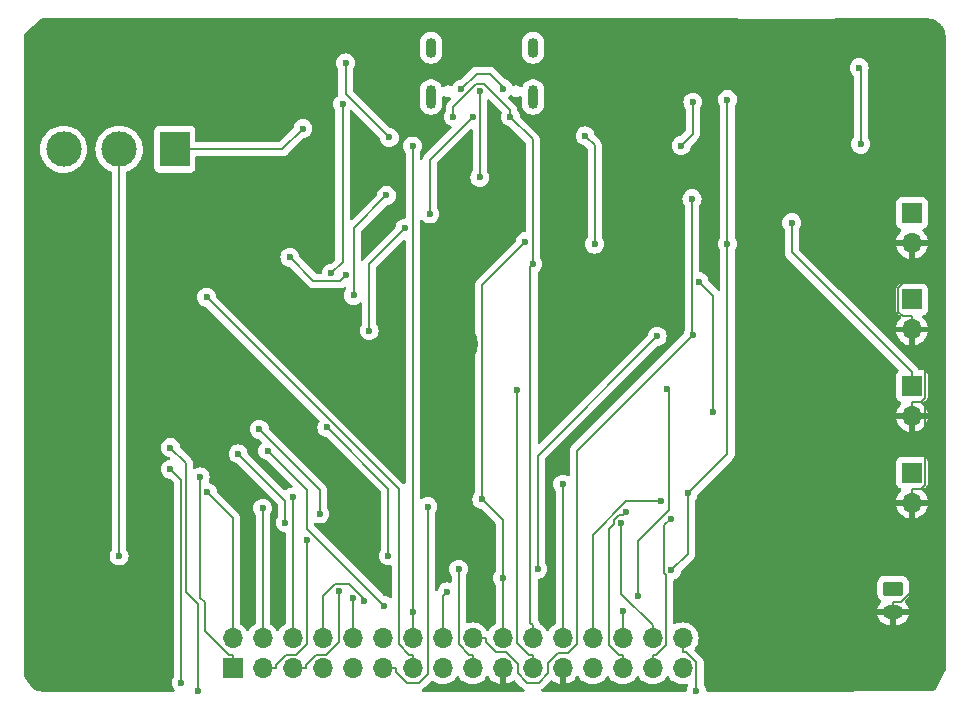
<source format=gbr>
%TF.GenerationSoftware,KiCad,Pcbnew,8.0.8*%
%TF.CreationDate,2025-03-28T16:38:00+02:00*%
%TF.ProjectId,Power_Module,506f7765-725f-44d6-9f64-756c652e6b69,1*%
%TF.SameCoordinates,Original*%
%TF.FileFunction,Copper,L2,Bot*%
%TF.FilePolarity,Positive*%
%FSLAX46Y46*%
G04 Gerber Fmt 4.6, Leading zero omitted, Abs format (unit mm)*
G04 Created by KiCad (PCBNEW 8.0.8) date 2025-03-28 16:38:00*
%MOMM*%
%LPD*%
G01*
G04 APERTURE LIST*
G04 Aperture macros list*
%AMRoundRect*
0 Rectangle with rounded corners*
0 $1 Rounding radius*
0 $2 $3 $4 $5 $6 $7 $8 $9 X,Y pos of 4 corners*
0 Add a 4 corners polygon primitive as box body*
4,1,4,$2,$3,$4,$5,$6,$7,$8,$9,$2,$3,0*
0 Add four circle primitives for the rounded corners*
1,1,$1+$1,$2,$3*
1,1,$1+$1,$4,$5*
1,1,$1+$1,$6,$7*
1,1,$1+$1,$8,$9*
0 Add four rect primitives between the rounded corners*
20,1,$1+$1,$2,$3,$4,$5,0*
20,1,$1+$1,$4,$5,$6,$7,0*
20,1,$1+$1,$6,$7,$8,$9,0*
20,1,$1+$1,$8,$9,$2,$3,0*%
G04 Aperture macros list end*
%TA.AperFunction,ComponentPad*%
%ADD10R,1.700000X1.700000*%
%TD*%
%TA.AperFunction,ComponentPad*%
%ADD11O,1.700000X1.700000*%
%TD*%
%TA.AperFunction,ComponentPad*%
%ADD12O,0.900000X2.000000*%
%TD*%
%TA.AperFunction,ComponentPad*%
%ADD13O,0.900000X1.700000*%
%TD*%
%TA.AperFunction,ComponentPad*%
%ADD14RoundRect,0.250000X-0.625000X0.350000X-0.625000X-0.350000X0.625000X-0.350000X0.625000X0.350000X0*%
%TD*%
%TA.AperFunction,ComponentPad*%
%ADD15O,1.750000X1.200000*%
%TD*%
%TA.AperFunction,ComponentPad*%
%ADD16R,2.500000X3.000000*%
%TD*%
%TA.AperFunction,ComponentPad*%
%ADD17C,3.000000*%
%TD*%
%TA.AperFunction,ViaPad*%
%ADD18C,0.600000*%
%TD*%
%TA.AperFunction,ViaPad*%
%ADD19C,3.400000*%
%TD*%
%TA.AperFunction,Conductor*%
%ADD20C,0.200000*%
%TD*%
G04 APERTURE END LIST*
D10*
%TO.P,J3,1,Pin_1*%
%TO.N,+3.3V*%
X169650000Y-106960000D03*
D11*
%TO.P,J3,2,Pin_2*%
%TO.N,GND*%
X169650000Y-109500000D03*
%TD*%
D10*
%TO.P,J6,1,Pin_1*%
%TO.N,5V_out*%
X169650000Y-84975000D03*
D11*
%TO.P,J6,2,Pin_2*%
%TO.N,GND*%
X169650000Y-87515000D03*
%TD*%
D12*
%TO.P,J7,S1,SHIELD*%
%TO.N,unconnected-(J7-SHIELD-PadS1)*%
X137575000Y-75170000D03*
%TO.P,J7,S2,SHIELD*%
%TO.N,unconnected-(J7-SHIELD-PadS1)_2*%
X128925000Y-75170000D03*
D13*
%TO.P,J7,S3,SHIELD*%
%TO.N,unconnected-(J7-SHIELD-PadS1)_1*%
X137575000Y-71000000D03*
%TO.P,J7,S4,SHIELD*%
%TO.N,unconnected-(J7-SHIELD-PadS1)_3*%
X128925000Y-71000000D03*
%TD*%
D10*
%TO.P,J4,1,Pin_1*%
%TO.N,+5V*%
X169650000Y-99631700D03*
D11*
%TO.P,J4,2,Pin_2*%
%TO.N,GND*%
X169650000Y-102171700D03*
%TD*%
D14*
%TO.P,J2,1,Pin_1*%
%TO.N,+BATT*%
X168060000Y-116780000D03*
D15*
%TO.P,J2,2,Pin_2*%
%TO.N,GND*%
X168060000Y-118780000D03*
%TD*%
D10*
%TO.P,J1,1,Pin_1*%
%TO.N,M2_B_OUT*%
X112140000Y-123540000D03*
D11*
%TO.P,J1,2,Pin_2*%
%TO.N,M2_A_OUT*%
X112140000Y-121000000D03*
%TO.P,J1,3,Pin_3*%
%TO.N,M4_A_OUT*%
X114680000Y-123540000D03*
%TO.P,J1,4,Pin_4*%
%TO.N,M2_A_IN*%
X114680000Y-121000000D03*
%TO.P,J1,5,Pin_5*%
%TO.N,M4_B_OUT*%
X117220000Y-123540000D03*
%TO.P,J1,6,Pin_6*%
%TO.N,M2_B_IN*%
X117220000Y-121000000D03*
%TO.P,J1,7,Pin_7*%
%TO.N,LCTRL2*%
X119760000Y-123540000D03*
%TO.P,J1,8,Pin_8*%
%TO.N,M4_A_IN*%
X119760000Y-121000000D03*
%TO.P,J1,9,Pin_9*%
%TO.N,unconnected-(J1-Pin_9-Pad9)*%
X122300000Y-123540000D03*
%TO.P,J1,10,Pin_10*%
%TO.N,M4_B_IN*%
X122300000Y-121000000D03*
%TO.P,J1,11,Pin_11*%
%TO.N,LOUT2*%
X124840000Y-123540000D03*
%TO.P,J1,12,Pin_12*%
%TO.N,unconnected-(J1-Pin_12-Pad12)*%
X124840000Y-121000000D03*
%TO.P,J1,13,Pin_13*%
%TO.N,FAST_CHRG_CTRL*%
X127380000Y-123540000D03*
%TO.P,J1,14,Pin_14*%
%TO.N,+BATT*%
X127380000Y-121000000D03*
%TO.P,J1,15,Pin_15*%
%TO.N,unconnected-(J1-Pin_15-Pad15)*%
X129920000Y-123540000D03*
%TO.P,J1,16,Pin_16*%
%TO.N,SCL*%
X129920000Y-121000000D03*
%TO.P,J1,17,Pin_17*%
%TO.N,SDA*%
X132460000Y-123540000D03*
%TO.P,J1,18,Pin_18*%
%TO.N,+3.3V*%
X132460000Y-121000000D03*
%TO.P,J1,19,Pin_19*%
%TO.N,GND*%
X135000000Y-123540000D03*
%TO.P,J1,20,Pin_20*%
%TO.N,5V_out*%
X135000000Y-121000000D03*
%TO.P,J1,21,Pin_21*%
%TO.N,LOUT1*%
X137540000Y-123540000D03*
%TO.P,J1,22,Pin_22*%
%TO.N,+9V*%
X137540000Y-121000000D03*
%TO.P,J1,23,Pin_23*%
%TO.N,GND*%
X140080000Y-123540000D03*
%TO.P,J1,24,Pin_24*%
%TO.N,M3_A_IN*%
X140080000Y-121000000D03*
%TO.P,J1,25,Pin_25*%
%TO.N,LCTRL1*%
X142620000Y-123540000D03*
%TO.P,J1,26,Pin_26*%
%TO.N,M3_B_IN*%
X142620000Y-121000000D03*
%TO.P,J1,27,Pin_27*%
%TO.N,M3_A_OUT*%
X145160000Y-123540000D03*
%TO.P,J1,28,Pin_28*%
%TO.N,M1_A_IN*%
X145160000Y-121000000D03*
%TO.P,J1,29,Pin_29*%
%TO.N,M3_B_OUT*%
X147700000Y-123540000D03*
%TO.P,J1,30,Pin_30*%
%TO.N,M1_B_IN*%
X147700000Y-121000000D03*
%TO.P,J1,31,Pin_31*%
%TO.N,M1_B_OUT*%
X150240000Y-123540000D03*
%TO.P,J1,32,Pin_32*%
%TO.N,M1_A_OUT*%
X150240000Y-121000000D03*
%TD*%
D16*
%TO.P,U12,1,1*%
%TO.N,Net-(U4-IN+)*%
X107225025Y-79583500D03*
D17*
%TO.P,U12,2,2*%
%TO.N,+BATT*%
X102525000Y-79583500D03*
%TO.P,U12,3,3*%
%TO.N,unconnected-(U12-Pad3)*%
X97824975Y-79583500D03*
%TD*%
D10*
%TO.P,J5,1,Pin_1*%
%TO.N,+9V*%
X169650000Y-92303300D03*
D11*
%TO.P,J5,2,Pin_2*%
%TO.N,GND*%
X169650000Y-94843300D03*
%TD*%
D18*
%TO.N,+9V*%
X131490000Y-74500000D03*
X135030000Y-74445100D03*
%TO.N,+5V*%
X116981500Y-88736300D03*
X159476500Y-85805000D03*
X121764700Y-90240000D03*
D19*
%TO.N,GND*%
X131180000Y-96070000D03*
D18*
%TO.N,+BATT*%
X127380000Y-118778300D03*
X102525000Y-114020000D03*
X127380000Y-79315800D03*
%TO.N,Net-(D1-A)*%
X120490700Y-90098200D03*
X121445200Y-75755700D03*
%TO.N,Net-(D1-K)*%
X121699900Y-72265000D03*
X125403000Y-78584900D03*
%TO.N,Net-(U8-SW)*%
X165188000Y-72685000D03*
X165313000Y-79170000D03*
%TO.N,/Usb_Charging/DP*%
X128816300Y-85063700D03*
X132467100Y-76848900D03*
%TO.N,/Usb_Charging/DM*%
X133068800Y-74671600D03*
X133068800Y-81976600D03*
%TO.N,+9V*%
X137540000Y-89307000D03*
X135650000Y-76847600D03*
X130814000Y-76838400D03*
%TO.N,FAST_CHRG_CTRL*%
X109935800Y-92105900D03*
%TO.N,M3_B_IN*%
X148389200Y-109375000D03*
%TO.N,M1_A_OUT*%
X106878300Y-104846300D03*
X151409100Y-125413100D03*
X109195600Y-125413100D03*
%TO.N,M4_B_OUT*%
X121108900Y-116983600D03*
%TO.N,+3.3V*%
X151100100Y-95287700D03*
X151033600Y-83775700D03*
X126723700Y-86285000D03*
X123694900Y-94934300D03*
%TO.N,M4_B_IN*%
X122298400Y-117609400D03*
%TO.N,M3_B_OUT*%
X149214100Y-110884800D03*
%TO.N,SCL*%
X146436300Y-117429400D03*
X130301200Y-117058800D03*
X148905000Y-99905000D03*
%TO.N,M2_B_IN*%
X117220000Y-109033300D03*
%TO.N,M3_A_IN*%
X140080000Y-107950300D03*
%TO.N,M4_A_OUT*%
X118419100Y-112710800D03*
%TO.N,M4_A_IN*%
X123251400Y-117808900D03*
%TO.N,LOUT2*%
X128668700Y-109838700D03*
%TO.N,M1_B_OUT*%
X106880400Y-106675000D03*
X107776200Y-124736300D03*
%TO.N,M3_A_OUT*%
X145479400Y-110294100D03*
%TO.N,5V_out*%
X134998400Y-115915000D03*
X136933800Y-87405700D03*
X133238400Y-109237000D03*
%TO.N,SDA*%
X131281500Y-115137500D03*
X148089700Y-95429100D03*
X137956700Y-115137500D03*
%TO.N,M2_B_OUT*%
X109395500Y-107325000D03*
%TO.N,M2_A_OUT*%
X110000700Y-108625000D03*
%TO.N,M1_A_IN*%
X115116500Y-105111800D03*
X145188000Y-118691500D03*
X124927200Y-118214300D03*
%TO.N,M1_B_IN*%
X145062300Y-111191500D03*
X112606600Y-105375000D03*
X116611400Y-111191500D03*
%TO.N,M2_A_IN*%
X114680000Y-109977200D03*
%TO.N,LOUT1*%
X136250100Y-99969400D03*
%TO.N,LOAD*%
X150703500Y-108725000D03*
X154034700Y-87613100D03*
X119508700Y-110464100D03*
X149289800Y-115244000D03*
X154034700Y-75372900D03*
X114400900Y-103298300D03*
%TO.N,Net-(JP13-B)*%
X151101300Y-75615000D03*
X150116300Y-79274000D03*
%TO.N,Net-(JP17-A)*%
X120121900Y-103142900D03*
X125309400Y-113997900D03*
%TO.N,Net-(JP4-B)*%
X151635300Y-90802800D03*
X152805700Y-101819000D03*
%TO.N,Net-(JP6-C)*%
X122379000Y-91960000D03*
X125167500Y-83500000D03*
%TO.N,Net-(U4-IN+)*%
X141982400Y-78449600D03*
X118081300Y-77839500D03*
X142787800Y-87613700D03*
%TD*%
D20*
%TO.N,+9V*%
X132800000Y-73190000D02*
X133890000Y-73190000D01*
X133890000Y-73190000D02*
X135030000Y-74330000D01*
X131490000Y-74500000D02*
X132800000Y-73190000D01*
X135030000Y-74330000D02*
X135030000Y-74445100D01*
%TO.N,+5V*%
X169650000Y-98480000D02*
X159476500Y-88306500D01*
X118980000Y-90734800D02*
X121269900Y-90734800D01*
X159476500Y-88306500D02*
X159476500Y-85805000D01*
X169650000Y-99631700D02*
X169650000Y-98480000D01*
X116981500Y-88736300D02*
X118980000Y-90734800D01*
X121269900Y-90734800D02*
X121764700Y-90240000D01*
%TO.N,GND*%
X169650000Y-94267400D02*
X169650000Y-93691600D01*
X168498300Y-93331700D02*
X168498300Y-91328300D01*
X170464500Y-101020000D02*
X169650000Y-101020000D01*
X168060000Y-118780000D02*
X168060000Y-117878300D01*
X168060000Y-117878300D02*
X168736300Y-117878300D01*
X170441800Y-108348300D02*
X170801700Y-107988400D01*
X170801700Y-101357200D02*
X170464500Y-101020000D01*
X169650000Y-109500000D02*
X169650000Y-108348300D01*
X170801700Y-107988400D02*
X170801700Y-101357200D01*
X169650000Y-94267400D02*
X169650000Y-94843300D01*
X168498300Y-91328300D02*
X168900100Y-90926500D01*
X169650000Y-108348300D02*
X170441800Y-108348300D01*
X168900200Y-90926500D02*
X168900200Y-89416500D01*
X169650000Y-116964600D02*
X169650000Y-109500000D01*
X170801700Y-97146700D02*
X170801700Y-100682800D01*
X168900200Y-89416500D02*
X169650000Y-88666700D01*
X168900100Y-90926500D02*
X168900200Y-90926500D01*
X169650000Y-93691600D02*
X168858200Y-93691600D01*
X169650000Y-95995000D02*
X170801700Y-97146700D01*
X168858200Y-93691600D02*
X168498300Y-93331700D01*
X169650000Y-87515000D02*
X169650000Y-88666700D01*
X170801700Y-100682800D02*
X170464500Y-101020000D01*
X169650000Y-94843300D02*
X169650000Y-95995000D01*
X168736300Y-117878300D02*
X169650000Y-116964600D01*
X169650000Y-102171700D02*
X169650000Y-101020000D01*
%TO.N,+BATT*%
X127380000Y-79315800D02*
X127380000Y-118778300D01*
X102525000Y-79583500D02*
X102525000Y-114020000D01*
X127380000Y-121000000D02*
X127380000Y-118778300D01*
%TO.N,Net-(D1-A)*%
X121445200Y-89143700D02*
X121445200Y-75755700D01*
X120490700Y-90098200D02*
X121445200Y-89143700D01*
%TO.N,Net-(D1-K)*%
X121699900Y-74881800D02*
X125403000Y-78584900D01*
X121699900Y-72265000D02*
X121699900Y-74881800D01*
%TO.N,Net-(U8-SW)*%
X165313000Y-79170000D02*
X165313000Y-72810000D01*
X165313000Y-72810000D02*
X165188000Y-72685000D01*
%TO.N,/Usb_Charging/DP*%
X128816300Y-85063700D02*
X128816300Y-80499700D01*
X128816300Y-80499700D02*
X132467100Y-76848900D01*
%TO.N,/Usb_Charging/DM*%
X133068800Y-81976600D02*
X133068800Y-74671600D01*
%TO.N,+9V*%
X137354300Y-89492700D02*
X137354300Y-119662600D01*
X132738600Y-74065800D02*
X130814000Y-75990400D01*
X135650000Y-76847600D02*
X135650000Y-76288300D01*
X135650000Y-76288300D02*
X133427500Y-74065800D01*
X137354300Y-119662600D02*
X137540000Y-119848300D01*
X137540000Y-121000000D02*
X137540000Y-119848300D01*
X137540000Y-78737600D02*
X135650000Y-76847600D01*
X133427500Y-74065800D02*
X132738600Y-74065800D01*
X137540000Y-89307000D02*
X137540000Y-78737600D01*
X137540000Y-89307000D02*
X137354300Y-89492700D01*
X130814000Y-75990400D02*
X130814000Y-76838400D01*
%TO.N,FAST_CHRG_CTRL*%
X109935800Y-92105900D02*
X126217500Y-108387600D01*
X127092000Y-122388300D02*
X127380000Y-122388300D01*
X126217500Y-121513800D02*
X127092000Y-122388300D01*
X126217500Y-108387600D02*
X126217500Y-121513800D01*
X127380000Y-123540000D02*
X127380000Y-122388300D01*
%TO.N,M3_B_IN*%
X142620000Y-112215000D02*
X142620000Y-121000000D01*
X148389200Y-109375000D02*
X145460000Y-109375000D01*
X145460000Y-109375000D02*
X142620000Y-112215000D01*
%TO.N,M1_A_OUT*%
X108177900Y-117093200D02*
X108177900Y-106145900D01*
X150240000Y-121000000D02*
X150240000Y-122151700D01*
X109195600Y-118110900D02*
X108177900Y-117093200D01*
X109195600Y-125413100D02*
X109195600Y-118110900D01*
X151409100Y-123032900D02*
X151409100Y-125413100D01*
X108177900Y-106145900D02*
X106878300Y-104846300D01*
X150240000Y-122151700D02*
X150527900Y-122151700D01*
X150527900Y-122151700D02*
X151409100Y-123032900D01*
%TO.N,M4_B_OUT*%
X121108900Y-121339400D02*
X121108900Y-116983600D01*
X119235400Y-122388300D02*
X120060000Y-122388300D01*
X117220000Y-123540000D02*
X118371700Y-123540000D01*
X118371700Y-123252000D02*
X119235400Y-122388300D01*
X118371700Y-123540000D02*
X118371700Y-123252000D01*
X120060000Y-122388300D02*
X121108900Y-121339400D01*
%TO.N,+3.3V*%
X139661600Y-122270000D02*
X140498300Y-122270000D01*
X141279100Y-105108700D02*
X151100100Y-95287700D01*
X151100100Y-95287700D02*
X151033600Y-95221200D01*
X133611700Y-121288000D02*
X134475400Y-122151700D01*
X132460000Y-121000000D02*
X133611700Y-121000000D01*
X134475400Y-122151700D02*
X135275800Y-122151700D01*
X141279100Y-121489200D02*
X141279100Y-105108700D01*
X136270000Y-123145900D02*
X136270000Y-123932500D01*
X140498300Y-122270000D02*
X141279100Y-121489200D01*
X138042800Y-124736300D02*
X138810000Y-123969100D01*
X137073800Y-124736300D02*
X138042800Y-124736300D01*
X136270000Y-123932500D02*
X137073800Y-124736300D01*
X138810000Y-123121600D02*
X139661600Y-122270000D01*
X126723700Y-86285000D02*
X123694900Y-89313800D01*
X135275800Y-122151700D02*
X136270000Y-123145900D01*
X151033600Y-95221200D02*
X151033600Y-83775700D01*
X123694900Y-89313800D02*
X123694900Y-94934300D01*
X133611700Y-121000000D02*
X133611700Y-121288000D01*
X138810000Y-123969100D02*
X138810000Y-123121600D01*
%TO.N,M4_B_IN*%
X122298400Y-117609400D02*
X122298400Y-119846700D01*
X122298400Y-119846700D02*
X122300000Y-119848300D01*
X122300000Y-121000000D02*
X122300000Y-119848300D01*
%TO.N,M3_B_OUT*%
X148851700Y-115656700D02*
X148851700Y-121524600D01*
X148688100Y-115493100D02*
X148851700Y-115656700D01*
X148851700Y-121524600D02*
X147988000Y-122388300D01*
X147700000Y-123540000D02*
X147700000Y-122388300D01*
X148688100Y-111410800D02*
X148688100Y-115493100D01*
X147988000Y-122388300D02*
X147700000Y-122388300D01*
X149214100Y-110884800D02*
X148688100Y-111410800D01*
%TO.N,SCL*%
X129920000Y-117440000D02*
X130301200Y-117058800D01*
X149053700Y-100053700D02*
X149053700Y-110152200D01*
X129920000Y-121000000D02*
X129920000Y-117440000D01*
X148905000Y-99905000D02*
X149053700Y-100053700D01*
X146436300Y-112769600D02*
X146436300Y-117429400D01*
X149053700Y-110152200D02*
X146436300Y-112769600D01*
%TO.N,M2_B_IN*%
X117220000Y-121000000D02*
X117220000Y-109033300D01*
%TO.N,M3_A_IN*%
X140080000Y-121000000D02*
X140080000Y-107950300D01*
%TO.N,M4_A_OUT*%
X116695400Y-122388300D02*
X117520000Y-122388300D01*
X114680000Y-123540000D02*
X115831700Y-123540000D01*
X117520000Y-122388300D02*
X118419100Y-121489200D01*
X115831700Y-123252000D02*
X116695400Y-122388300D01*
X115831700Y-123540000D02*
X115831700Y-123252000D01*
X118419100Y-121489200D02*
X118419100Y-112710800D01*
%TO.N,M4_A_IN*%
X119760000Y-121000000D02*
X119760000Y-117443100D01*
X120836900Y-116366200D02*
X121952400Y-116366200D01*
X123251400Y-117665200D02*
X123251400Y-117808900D01*
X119760000Y-117443100D02*
X120836900Y-116366200D01*
X121952400Y-116366200D02*
X123251400Y-117665200D01*
%TO.N,LOUT2*%
X124840000Y-123540000D02*
X125991700Y-123540000D01*
X125991700Y-123827900D02*
X126924500Y-124760700D01*
X126924500Y-124760700D02*
X127898300Y-124760700D01*
X127898300Y-124760700D02*
X128668700Y-123990300D01*
X125991700Y-123540000D02*
X125991700Y-123827900D01*
X128668700Y-123990300D02*
X128668700Y-109838700D01*
%TO.N,M1_B_OUT*%
X107776200Y-107570800D02*
X107776200Y-124736300D01*
X106880400Y-106675000D02*
X107776200Y-107570800D01*
%TO.N,M3_A_OUT*%
X145160000Y-123540000D02*
X145160000Y-122388300D01*
X144001400Y-111772100D02*
X144001400Y-121517600D01*
X145479400Y-110294100D02*
X145183700Y-110589800D01*
X144813200Y-110589800D02*
X144460600Y-110942400D01*
X144001400Y-121517600D02*
X144872100Y-122388300D01*
X144460600Y-110942400D02*
X144460600Y-111312900D01*
X144460600Y-111312900D02*
X144001400Y-111772100D01*
X145183700Y-110589800D02*
X144813200Y-110589800D01*
X144872100Y-122388300D02*
X145160000Y-122388300D01*
%TO.N,5V_out*%
X135000000Y-115916600D02*
X134998400Y-115915000D01*
X133238400Y-109237000D02*
X133238400Y-91101100D01*
X134998400Y-115915000D02*
X134998400Y-110997000D01*
X134998400Y-110997000D02*
X133238400Y-109237000D01*
X135000000Y-121000000D02*
X135000000Y-115916600D01*
X133238400Y-91101100D02*
X136933800Y-87405700D01*
%TO.N,SDA*%
X148089700Y-95429100D02*
X137956700Y-105562100D01*
X132460000Y-123540000D02*
X132460000Y-122388300D01*
X132172100Y-122388300D02*
X131281500Y-121497700D01*
X131281500Y-121497700D02*
X131281500Y-115137500D01*
X132460000Y-122388300D02*
X132172100Y-122388300D01*
X137956700Y-105562100D02*
X137956700Y-115137500D01*
%TO.N,M2_B_OUT*%
X109797200Y-117944700D02*
X109395500Y-117543000D01*
X111852100Y-122388300D02*
X109797200Y-120333400D01*
X112140000Y-123540000D02*
X112140000Y-122388300D01*
X112140000Y-122388300D02*
X111852100Y-122388300D01*
X109797200Y-120333400D02*
X109797200Y-117944700D01*
X109395500Y-117543000D02*
X109395500Y-107325000D01*
%TO.N,M2_A_OUT*%
X112140000Y-110764300D02*
X110000700Y-108625000D01*
X112140000Y-119848300D02*
X112140000Y-110764300D01*
X112140000Y-121000000D02*
X112140000Y-119848300D01*
%TO.N,M1_A_IN*%
X145160000Y-121000000D02*
X145160000Y-119848300D01*
X118437800Y-111724900D02*
X124927200Y-118214300D01*
X145160000Y-119848300D02*
X145188000Y-119820300D01*
X118437800Y-108433100D02*
X118437800Y-111724900D01*
X145188000Y-119820300D02*
X145188000Y-118691500D01*
X115116500Y-105111800D02*
X118437800Y-108433100D01*
%TO.N,M1_B_IN*%
X116611400Y-109379800D02*
X112606600Y-105375000D01*
X147700000Y-119848300D02*
X145062300Y-117210600D01*
X145062300Y-117210600D02*
X145062300Y-111191500D01*
X116611400Y-111191500D02*
X116611400Y-109379800D01*
X147700000Y-121000000D02*
X147700000Y-119848300D01*
%TO.N,M2_A_IN*%
X114680000Y-121000000D02*
X114680000Y-109977200D01*
%TO.N,LOUT1*%
X137540000Y-123540000D02*
X137540000Y-122388300D01*
X137540000Y-122388300D02*
X137252000Y-122388300D01*
X136250100Y-121386400D02*
X136250100Y-99969400D01*
X137252000Y-122388300D02*
X136250100Y-121386400D01*
%TO.N,LOAD*%
X119508700Y-110464100D02*
X119508700Y-108406100D01*
X154034700Y-75372900D02*
X154034700Y-87613100D01*
X150703500Y-113830300D02*
X149289800Y-115244000D01*
X154034700Y-105393800D02*
X150703500Y-108725000D01*
X150703500Y-108725000D02*
X150703500Y-113830300D01*
X154034700Y-87613100D02*
X154034700Y-105393800D01*
X119508700Y-108406100D02*
X114400900Y-103298300D01*
%TO.N,Net-(JP13-B)*%
X151101300Y-78289000D02*
X150116300Y-79274000D01*
X151101300Y-75615000D02*
X151101300Y-78289000D01*
%TO.N,Net-(JP17-A)*%
X125309400Y-108330400D02*
X120121900Y-103142900D01*
X125309400Y-113997900D02*
X125309400Y-108330400D01*
%TO.N,Net-(JP4-B)*%
X151635300Y-90802800D02*
X152805700Y-91973200D01*
X152805700Y-91973200D02*
X152805700Y-101819000D01*
%TO.N,Net-(JP6-C)*%
X122379000Y-91960000D02*
X122379000Y-86288500D01*
X122379000Y-86288500D02*
X125167500Y-83500000D01*
%TO.N,Net-(U4-IN+)*%
X107225000Y-79583500D02*
X116337300Y-79583500D01*
X142787800Y-79255000D02*
X142787800Y-87613700D01*
X116337300Y-79583500D02*
X118081300Y-77839500D01*
X141982400Y-78449600D02*
X142787800Y-79255000D01*
%TD*%
%TA.AperFunction,Conductor*%
%TO.N,GND*%
G36*
X155014738Y-68516794D02*
G01*
X155069690Y-68548143D01*
X155069692Y-68548143D01*
X155069693Y-68548144D01*
X155203530Y-68583264D01*
X171008689Y-68501484D01*
X171018145Y-68501797D01*
X171204561Y-68515130D01*
X171222066Y-68517648D01*
X171413793Y-68559355D01*
X171430755Y-68564334D01*
X171614609Y-68632909D01*
X171630701Y-68640259D01*
X171802904Y-68734288D01*
X171817784Y-68743849D01*
X171974867Y-68861441D01*
X171988237Y-68873027D01*
X172126972Y-69011762D01*
X172138558Y-69025132D01*
X172232394Y-69150482D01*
X172256146Y-69182210D01*
X172265711Y-69197095D01*
X172359740Y-69369298D01*
X172367090Y-69385390D01*
X172435662Y-69569236D01*
X172440646Y-69586212D01*
X172482351Y-69777931D01*
X172484869Y-69795442D01*
X172487376Y-69830493D01*
X172499077Y-69994092D01*
X172499184Y-69995580D01*
X172499500Y-70004427D01*
X172499500Y-123738307D01*
X172484829Y-123796815D01*
X171674039Y-125311865D01*
X171625051Y-125361685D01*
X171608044Y-125369539D01*
X171467244Y-125422055D01*
X171424552Y-125429871D01*
X157968040Y-125499498D01*
X157967398Y-125499500D01*
X152335213Y-125499500D01*
X152268174Y-125479815D01*
X152222419Y-125427011D01*
X152211993Y-125389383D01*
X152194469Y-125233850D01*
X152194468Y-125233845D01*
X152157927Y-125129416D01*
X152134889Y-125063578D01*
X152038916Y-124910838D01*
X152038914Y-124910836D01*
X152038913Y-124910834D01*
X152036650Y-124907996D01*
X152035759Y-124905815D01*
X152035211Y-124904942D01*
X152035364Y-124904845D01*
X152010244Y-124843309D01*
X152009600Y-124830687D01*
X152009600Y-123121959D01*
X152009601Y-123121946D01*
X152009601Y-122953845D01*
X152009601Y-122953843D01*
X151968677Y-122801115D01*
X151939465Y-122750519D01*
X151889620Y-122664184D01*
X151777816Y-122552380D01*
X151777815Y-122552379D01*
X151773485Y-122548049D01*
X151773474Y-122548039D01*
X151275346Y-122049911D01*
X151241861Y-121988588D01*
X151246845Y-121918896D01*
X151275348Y-121874547D01*
X151278495Y-121871401D01*
X151414035Y-121677830D01*
X151513903Y-121463663D01*
X151575063Y-121235408D01*
X151595659Y-121000000D01*
X151575063Y-120764592D01*
X151513903Y-120536337D01*
X151414035Y-120322171D01*
X151408425Y-120314158D01*
X151278494Y-120128597D01*
X151111402Y-119961506D01*
X151111395Y-119961501D01*
X150917834Y-119825967D01*
X150917830Y-119825965D01*
X150912085Y-119823286D01*
X150703663Y-119726097D01*
X150703659Y-119726096D01*
X150703655Y-119726094D01*
X150475413Y-119664938D01*
X150475403Y-119664936D01*
X150240001Y-119644341D01*
X150239999Y-119644341D01*
X150004596Y-119664936D01*
X150004586Y-119664938D01*
X149776344Y-119726094D01*
X149776335Y-119726098D01*
X149628605Y-119794986D01*
X149559527Y-119805478D01*
X149495743Y-119776958D01*
X149457504Y-119718482D01*
X149452200Y-119682604D01*
X149452200Y-116379983D01*
X166684500Y-116379983D01*
X166684500Y-117180001D01*
X166684501Y-117180019D01*
X166695000Y-117282796D01*
X166695001Y-117282799D01*
X166750185Y-117449331D01*
X166750187Y-117449336D01*
X166774350Y-117488510D01*
X166842288Y-117598656D01*
X166966344Y-117722712D01*
X167030981Y-117762580D01*
X167077705Y-117814526D01*
X167088928Y-117883489D01*
X167061085Y-117947571D01*
X167053566Y-117955799D01*
X166945964Y-118063401D01*
X166844195Y-118203475D01*
X166765591Y-118357744D01*
X166712085Y-118522415D01*
X166710884Y-118529999D01*
X166710885Y-118530000D01*
X167779670Y-118530000D01*
X167759925Y-118549745D01*
X167710556Y-118635255D01*
X167685000Y-118730630D01*
X167685000Y-118829370D01*
X167710556Y-118924745D01*
X167759925Y-119010255D01*
X167779670Y-119030000D01*
X166710885Y-119030000D01*
X166712085Y-119037584D01*
X166765591Y-119202255D01*
X166844195Y-119356524D01*
X166945967Y-119496602D01*
X167068397Y-119619032D01*
X167208475Y-119720804D01*
X167362742Y-119799408D01*
X167527415Y-119852914D01*
X167698429Y-119880000D01*
X167810000Y-119880000D01*
X167810000Y-119060330D01*
X167829745Y-119080075D01*
X167915255Y-119129444D01*
X168010630Y-119155000D01*
X168109370Y-119155000D01*
X168204745Y-119129444D01*
X168290255Y-119080075D01*
X168310000Y-119060330D01*
X168310000Y-119880000D01*
X168421571Y-119880000D01*
X168592584Y-119852914D01*
X168757257Y-119799408D01*
X168911524Y-119720804D01*
X169051602Y-119619032D01*
X169174032Y-119496602D01*
X169275804Y-119356524D01*
X169354408Y-119202255D01*
X169407914Y-119037584D01*
X169409115Y-119030000D01*
X168340330Y-119030000D01*
X168360075Y-119010255D01*
X168409444Y-118924745D01*
X168435000Y-118829370D01*
X168435000Y-118730630D01*
X168409444Y-118635255D01*
X168360075Y-118549745D01*
X168340330Y-118530000D01*
X169409115Y-118530000D01*
X169409115Y-118529999D01*
X169407914Y-118522415D01*
X169354408Y-118357744D01*
X169275804Y-118203475D01*
X169174032Y-118063397D01*
X169066434Y-117955799D01*
X169032949Y-117894476D01*
X169037933Y-117824784D01*
X169079805Y-117768851D01*
X169088995Y-117762594D01*
X169153656Y-117722712D01*
X169277712Y-117598656D01*
X169369814Y-117449334D01*
X169424999Y-117282797D01*
X169435500Y-117180009D01*
X169435499Y-116379992D01*
X169424999Y-116277203D01*
X169369814Y-116110666D01*
X169277712Y-115961344D01*
X169153656Y-115837288D01*
X169037591Y-115765699D01*
X169004336Y-115745187D01*
X169004331Y-115745185D01*
X168975843Y-115735745D01*
X168837797Y-115690001D01*
X168837795Y-115690000D01*
X168735010Y-115679500D01*
X167384998Y-115679500D01*
X167384981Y-115679501D01*
X167282203Y-115690000D01*
X167282200Y-115690001D01*
X167115668Y-115745185D01*
X167115663Y-115745187D01*
X166966342Y-115837289D01*
X166842289Y-115961342D01*
X166750187Y-116110663D01*
X166750186Y-116110666D01*
X166695001Y-116277203D01*
X166695001Y-116277204D01*
X166695000Y-116277204D01*
X166684500Y-116379983D01*
X149452200Y-116379983D01*
X149452200Y-116123249D01*
X149471885Y-116056210D01*
X149524689Y-116010455D01*
X149535245Y-116006207D01*
X149639322Y-115969789D01*
X149792062Y-115873816D01*
X149919616Y-115746262D01*
X150015589Y-115593522D01*
X150075168Y-115423255D01*
X150084961Y-115336329D01*
X150112026Y-115271918D01*
X150120490Y-115262543D01*
X151184020Y-114199016D01*
X151263077Y-114062084D01*
X151304001Y-113909357D01*
X151304001Y-113751242D01*
X151304001Y-113743647D01*
X151304000Y-113743629D01*
X151304000Y-109307412D01*
X151323685Y-109240373D01*
X151331055Y-109230097D01*
X151333310Y-109227267D01*
X151333316Y-109227262D01*
X151429289Y-109074522D01*
X151488868Y-108904255D01*
X151498661Y-108817329D01*
X151525726Y-108752918D01*
X151534190Y-108743543D01*
X154215599Y-106062135D01*
X168299500Y-106062135D01*
X168299500Y-107857870D01*
X168299501Y-107857876D01*
X168305908Y-107917483D01*
X168356202Y-108052328D01*
X168356206Y-108052335D01*
X168442452Y-108167544D01*
X168442455Y-108167547D01*
X168557664Y-108253793D01*
X168557671Y-108253797D01*
X168619902Y-108277007D01*
X168689598Y-108303002D01*
X168745531Y-108344873D01*
X168769949Y-108410337D01*
X168755098Y-108478610D01*
X168733947Y-108506865D01*
X168611886Y-108628926D01*
X168476400Y-108822420D01*
X168476399Y-108822422D01*
X168376570Y-109036507D01*
X168376567Y-109036513D01*
X168319364Y-109249999D01*
X168319364Y-109250000D01*
X169216988Y-109250000D01*
X169184075Y-109307007D01*
X169150000Y-109434174D01*
X169150000Y-109565826D01*
X169184075Y-109692993D01*
X169216988Y-109750000D01*
X168319364Y-109750000D01*
X168376567Y-109963486D01*
X168376570Y-109963492D01*
X168476399Y-110177578D01*
X168611894Y-110371082D01*
X168778917Y-110538105D01*
X168972421Y-110673600D01*
X169186507Y-110773429D01*
X169186516Y-110773433D01*
X169400000Y-110830634D01*
X169400000Y-109933012D01*
X169457007Y-109965925D01*
X169584174Y-110000000D01*
X169715826Y-110000000D01*
X169842993Y-109965925D01*
X169900000Y-109933012D01*
X169900000Y-110830633D01*
X170113483Y-110773433D01*
X170113492Y-110773429D01*
X170327578Y-110673600D01*
X170521082Y-110538105D01*
X170688105Y-110371082D01*
X170823600Y-110177578D01*
X170923429Y-109963492D01*
X170923432Y-109963486D01*
X170980636Y-109750000D01*
X170083012Y-109750000D01*
X170115925Y-109692993D01*
X170150000Y-109565826D01*
X170150000Y-109434174D01*
X170115925Y-109307007D01*
X170083012Y-109250000D01*
X170980636Y-109250000D01*
X170980635Y-109249999D01*
X170923432Y-109036513D01*
X170923429Y-109036507D01*
X170823600Y-108822422D01*
X170823599Y-108822420D01*
X170688113Y-108628926D01*
X170688108Y-108628920D01*
X170566053Y-108506865D01*
X170532568Y-108445542D01*
X170537552Y-108375850D01*
X170579424Y-108319917D01*
X170610400Y-108303002D01*
X170742331Y-108253796D01*
X170857546Y-108167546D01*
X170943796Y-108052331D01*
X170994091Y-107917483D01*
X171000500Y-107857873D01*
X171000499Y-106062128D01*
X170994091Y-106002517D01*
X170961119Y-105914115D01*
X170943797Y-105867671D01*
X170943793Y-105867664D01*
X170857547Y-105752455D01*
X170857544Y-105752452D01*
X170742335Y-105666206D01*
X170742328Y-105666202D01*
X170607482Y-105615908D01*
X170607483Y-105615908D01*
X170547883Y-105609501D01*
X170547881Y-105609500D01*
X170547873Y-105609500D01*
X170547864Y-105609500D01*
X168752129Y-105609500D01*
X168752123Y-105609501D01*
X168692516Y-105615908D01*
X168557671Y-105666202D01*
X168557664Y-105666206D01*
X168442455Y-105752452D01*
X168442452Y-105752455D01*
X168356206Y-105867664D01*
X168356202Y-105867671D01*
X168305908Y-106002517D01*
X168299501Y-106062116D01*
X168299501Y-106062123D01*
X168299500Y-106062135D01*
X154215599Y-106062135D01*
X154393206Y-105884528D01*
X154393211Y-105884524D01*
X154403414Y-105874320D01*
X154403416Y-105874320D01*
X154515220Y-105762516D01*
X154579104Y-105651865D01*
X154594277Y-105625585D01*
X154635200Y-105472858D01*
X154635200Y-105314743D01*
X154635200Y-88195512D01*
X154654885Y-88128473D01*
X154662255Y-88118197D01*
X154664510Y-88115367D01*
X154664516Y-88115362D01*
X154760489Y-87962622D01*
X154820068Y-87792355D01*
X154823150Y-87765000D01*
X154840265Y-87613103D01*
X154840265Y-87613096D01*
X154820069Y-87433850D01*
X154820068Y-87433845D01*
X154774453Y-87303486D01*
X154760489Y-87263578D01*
X154756123Y-87256630D01*
X154725563Y-87207993D01*
X154664516Y-87110838D01*
X154664514Y-87110836D01*
X154664513Y-87110834D01*
X154662250Y-87107996D01*
X154661359Y-87105815D01*
X154660811Y-87104942D01*
X154660964Y-87104845D01*
X154635844Y-87043309D01*
X154635200Y-87030687D01*
X154635200Y-85804996D01*
X158670935Y-85804996D01*
X158670935Y-85805003D01*
X158691130Y-85984249D01*
X158691131Y-85984254D01*
X158750711Y-86154523D01*
X158801771Y-86235784D01*
X158822515Y-86268798D01*
X158846685Y-86307263D01*
X158848945Y-86310097D01*
X158849834Y-86312275D01*
X158850389Y-86313158D01*
X158850234Y-86313255D01*
X158875355Y-86374783D01*
X158876000Y-86387412D01*
X158876000Y-88219830D01*
X158875999Y-88219848D01*
X158875999Y-88385554D01*
X158875998Y-88385554D01*
X158916923Y-88538286D01*
X158916924Y-88538287D01*
X158940708Y-88579482D01*
X158995981Y-88675217D01*
X159114849Y-88794085D01*
X159114855Y-88794090D01*
X168514240Y-98193476D01*
X168547725Y-98254799D01*
X168542741Y-98324491D01*
X168500870Y-98380423D01*
X168442455Y-98424152D01*
X168442452Y-98424155D01*
X168356206Y-98539364D01*
X168356202Y-98539371D01*
X168305908Y-98674217D01*
X168299501Y-98733816D01*
X168299501Y-98733823D01*
X168299500Y-98733835D01*
X168299500Y-100529570D01*
X168299501Y-100529576D01*
X168305908Y-100589183D01*
X168356202Y-100724028D01*
X168356206Y-100724035D01*
X168442452Y-100839244D01*
X168442455Y-100839247D01*
X168557664Y-100925493D01*
X168557671Y-100925497D01*
X168557674Y-100925498D01*
X168689598Y-100974702D01*
X168745531Y-101016573D01*
X168769949Y-101082037D01*
X168755098Y-101150310D01*
X168733947Y-101178565D01*
X168611886Y-101300626D01*
X168476400Y-101494120D01*
X168476399Y-101494122D01*
X168376570Y-101708207D01*
X168376567Y-101708213D01*
X168319364Y-101921699D01*
X168319364Y-101921700D01*
X169216988Y-101921700D01*
X169184075Y-101978707D01*
X169150000Y-102105874D01*
X169150000Y-102237526D01*
X169184075Y-102364693D01*
X169216988Y-102421700D01*
X168319364Y-102421700D01*
X168376567Y-102635186D01*
X168376570Y-102635192D01*
X168476399Y-102849278D01*
X168611894Y-103042782D01*
X168778917Y-103209805D01*
X168972421Y-103345300D01*
X169186507Y-103445129D01*
X169186516Y-103445133D01*
X169400000Y-103502334D01*
X169400000Y-102604712D01*
X169457007Y-102637625D01*
X169584174Y-102671700D01*
X169715826Y-102671700D01*
X169842993Y-102637625D01*
X169900000Y-102604712D01*
X169900000Y-103502333D01*
X170113483Y-103445133D01*
X170113492Y-103445129D01*
X170327578Y-103345300D01*
X170521082Y-103209805D01*
X170688105Y-103042782D01*
X170823600Y-102849278D01*
X170923429Y-102635192D01*
X170923432Y-102635186D01*
X170980636Y-102421700D01*
X170083012Y-102421700D01*
X170115925Y-102364693D01*
X170150000Y-102237526D01*
X170150000Y-102105874D01*
X170115925Y-101978707D01*
X170083012Y-101921700D01*
X170980636Y-101921700D01*
X170980635Y-101921699D01*
X170923432Y-101708213D01*
X170923429Y-101708207D01*
X170823600Y-101494122D01*
X170823599Y-101494120D01*
X170688113Y-101300626D01*
X170688108Y-101300620D01*
X170566053Y-101178565D01*
X170532568Y-101117242D01*
X170537552Y-101047550D01*
X170579424Y-100991617D01*
X170610400Y-100974702D01*
X170742331Y-100925496D01*
X170857546Y-100839246D01*
X170943796Y-100724031D01*
X170994091Y-100589183D01*
X171000500Y-100529573D01*
X171000499Y-98733828D01*
X170994091Y-98674217D01*
X170943796Y-98539369D01*
X170943795Y-98539368D01*
X170943793Y-98539364D01*
X170857547Y-98424155D01*
X170857544Y-98424152D01*
X170742335Y-98337906D01*
X170742328Y-98337902D01*
X170607482Y-98287608D01*
X170607483Y-98287608D01*
X170547883Y-98281201D01*
X170547881Y-98281200D01*
X170547873Y-98281200D01*
X170547865Y-98281200D01*
X170300212Y-98281200D01*
X170233173Y-98261515D01*
X170192825Y-98219199D01*
X170130524Y-98111290D01*
X170130518Y-98111282D01*
X163424671Y-91405435D01*
X168299500Y-91405435D01*
X168299500Y-93201170D01*
X168299501Y-93201176D01*
X168305908Y-93260783D01*
X168356202Y-93395628D01*
X168356206Y-93395635D01*
X168442452Y-93510844D01*
X168442455Y-93510847D01*
X168557664Y-93597093D01*
X168557671Y-93597097D01*
X168557674Y-93597098D01*
X168689598Y-93646302D01*
X168745531Y-93688173D01*
X168769949Y-93753637D01*
X168755098Y-93821910D01*
X168733947Y-93850165D01*
X168611886Y-93972226D01*
X168476400Y-94165720D01*
X168476399Y-94165722D01*
X168376570Y-94379807D01*
X168376567Y-94379813D01*
X168319364Y-94593299D01*
X168319364Y-94593300D01*
X169216988Y-94593300D01*
X169184075Y-94650307D01*
X169150000Y-94777474D01*
X169150000Y-94909126D01*
X169184075Y-95036293D01*
X169216988Y-95093300D01*
X168319364Y-95093300D01*
X168376567Y-95306786D01*
X168376570Y-95306792D01*
X168476399Y-95520878D01*
X168611894Y-95714382D01*
X168778917Y-95881405D01*
X168972421Y-96016900D01*
X169186507Y-96116729D01*
X169186516Y-96116733D01*
X169400000Y-96173934D01*
X169400000Y-95276312D01*
X169457007Y-95309225D01*
X169584174Y-95343300D01*
X169715826Y-95343300D01*
X169842993Y-95309225D01*
X169900000Y-95276312D01*
X169900000Y-96173933D01*
X170113483Y-96116733D01*
X170113492Y-96116729D01*
X170327578Y-96016900D01*
X170521082Y-95881405D01*
X170688105Y-95714382D01*
X170823600Y-95520878D01*
X170923429Y-95306792D01*
X170923432Y-95306786D01*
X170980636Y-95093300D01*
X170083012Y-95093300D01*
X170115925Y-95036293D01*
X170150000Y-94909126D01*
X170150000Y-94777474D01*
X170115925Y-94650307D01*
X170083012Y-94593300D01*
X170980636Y-94593300D01*
X170980635Y-94593299D01*
X170923432Y-94379813D01*
X170923429Y-94379807D01*
X170823600Y-94165722D01*
X170823599Y-94165720D01*
X170688113Y-93972226D01*
X170688108Y-93972220D01*
X170566053Y-93850165D01*
X170532568Y-93788842D01*
X170537552Y-93719150D01*
X170579424Y-93663217D01*
X170610400Y-93646302D01*
X170742331Y-93597096D01*
X170857546Y-93510846D01*
X170943796Y-93395631D01*
X170994091Y-93260783D01*
X171000500Y-93201173D01*
X171000499Y-91405428D01*
X170994091Y-91345817D01*
X170990168Y-91335300D01*
X170943797Y-91210971D01*
X170943793Y-91210964D01*
X170857547Y-91095755D01*
X170857544Y-91095752D01*
X170742335Y-91009506D01*
X170742328Y-91009502D01*
X170607482Y-90959208D01*
X170607483Y-90959208D01*
X170547883Y-90952801D01*
X170547881Y-90952800D01*
X170547873Y-90952800D01*
X170547864Y-90952800D01*
X168752129Y-90952800D01*
X168752123Y-90952801D01*
X168692516Y-90959208D01*
X168557671Y-91009502D01*
X168557664Y-91009506D01*
X168442455Y-91095752D01*
X168442452Y-91095755D01*
X168356206Y-91210964D01*
X168356202Y-91210971D01*
X168305908Y-91345817D01*
X168299955Y-91401197D01*
X168299501Y-91405423D01*
X168299500Y-91405435D01*
X163424671Y-91405435D01*
X160113319Y-88094083D01*
X160079834Y-88032760D01*
X160077000Y-88006402D01*
X160077000Y-86387412D01*
X160096685Y-86320373D01*
X160104055Y-86310097D01*
X160106310Y-86307267D01*
X160106316Y-86307262D01*
X160202289Y-86154522D01*
X160261868Y-85984255D01*
X160267364Y-85935478D01*
X160282065Y-85805003D01*
X160282065Y-85804996D01*
X160261869Y-85625750D01*
X160261868Y-85625745D01*
X160234155Y-85546546D01*
X160202289Y-85455478D01*
X160106316Y-85302738D01*
X159978762Y-85175184D01*
X159826023Y-85079211D01*
X159655754Y-85019631D01*
X159655749Y-85019630D01*
X159476504Y-84999435D01*
X159476496Y-84999435D01*
X159297250Y-85019630D01*
X159297245Y-85019631D01*
X159126976Y-85079211D01*
X158974237Y-85175184D01*
X158846684Y-85302737D01*
X158750711Y-85455476D01*
X158691131Y-85625745D01*
X158691130Y-85625750D01*
X158670935Y-85804996D01*
X154635200Y-85804996D01*
X154635200Y-84077135D01*
X168299500Y-84077135D01*
X168299500Y-85872870D01*
X168299501Y-85872876D01*
X168305908Y-85932483D01*
X168356202Y-86067328D01*
X168356206Y-86067335D01*
X168442452Y-86182544D01*
X168442455Y-86182547D01*
X168557664Y-86268793D01*
X168557671Y-86268797D01*
X168557674Y-86268798D01*
X168689598Y-86318002D01*
X168745531Y-86359873D01*
X168769949Y-86425337D01*
X168755098Y-86493610D01*
X168733947Y-86521865D01*
X168611886Y-86643926D01*
X168476400Y-86837420D01*
X168476399Y-86837422D01*
X168376570Y-87051507D01*
X168376567Y-87051513D01*
X168319364Y-87264999D01*
X168319364Y-87265000D01*
X169216988Y-87265000D01*
X169184075Y-87322007D01*
X169150000Y-87449174D01*
X169150000Y-87580826D01*
X169184075Y-87707993D01*
X169216988Y-87765000D01*
X168319364Y-87765000D01*
X168376567Y-87978486D01*
X168376570Y-87978492D01*
X168476399Y-88192578D01*
X168611894Y-88386082D01*
X168778917Y-88553105D01*
X168972421Y-88688600D01*
X169186507Y-88788429D01*
X169186516Y-88788433D01*
X169400000Y-88845634D01*
X169400000Y-87948012D01*
X169457007Y-87980925D01*
X169584174Y-88015000D01*
X169715826Y-88015000D01*
X169842993Y-87980925D01*
X169900000Y-87948012D01*
X169900000Y-88845633D01*
X170113483Y-88788433D01*
X170113492Y-88788429D01*
X170327578Y-88688600D01*
X170521082Y-88553105D01*
X170688105Y-88386082D01*
X170823600Y-88192578D01*
X170923429Y-87978492D01*
X170923432Y-87978486D01*
X170980636Y-87765000D01*
X170083012Y-87765000D01*
X170115925Y-87707993D01*
X170150000Y-87580826D01*
X170150000Y-87449174D01*
X170115925Y-87322007D01*
X170083012Y-87265000D01*
X170980636Y-87265000D01*
X170980635Y-87264999D01*
X170923432Y-87051513D01*
X170923429Y-87051507D01*
X170823600Y-86837422D01*
X170823599Y-86837420D01*
X170688113Y-86643926D01*
X170688108Y-86643920D01*
X170566053Y-86521865D01*
X170532568Y-86460542D01*
X170537552Y-86390850D01*
X170579424Y-86334917D01*
X170610400Y-86318002D01*
X170742331Y-86268796D01*
X170857546Y-86182546D01*
X170943796Y-86067331D01*
X170994091Y-85932483D01*
X171000500Y-85872873D01*
X171000499Y-84077128D01*
X170994091Y-84017517D01*
X170988401Y-84002262D01*
X170943797Y-83882671D01*
X170943793Y-83882664D01*
X170857547Y-83767455D01*
X170857544Y-83767452D01*
X170742335Y-83681206D01*
X170742328Y-83681202D01*
X170607482Y-83630908D01*
X170607483Y-83630908D01*
X170547883Y-83624501D01*
X170547881Y-83624500D01*
X170547873Y-83624500D01*
X170547864Y-83624500D01*
X168752129Y-83624500D01*
X168752123Y-83624501D01*
X168692516Y-83630908D01*
X168557671Y-83681202D01*
X168557664Y-83681206D01*
X168442455Y-83767452D01*
X168442452Y-83767455D01*
X168356206Y-83882664D01*
X168356202Y-83882671D01*
X168305908Y-84017517D01*
X168299501Y-84077116D01*
X168299501Y-84077123D01*
X168299500Y-84077135D01*
X154635200Y-84077135D01*
X154635200Y-75955312D01*
X154654885Y-75888273D01*
X154662255Y-75877997D01*
X154664510Y-75875167D01*
X154664516Y-75875162D01*
X154760489Y-75722422D01*
X154820068Y-75552155D01*
X154820069Y-75552149D01*
X154840265Y-75372903D01*
X154840265Y-75372896D01*
X154820069Y-75193650D01*
X154820068Y-75193645D01*
X154815468Y-75180499D01*
X154760489Y-75023378D01*
X154760126Y-75022801D01*
X154690773Y-74912426D01*
X154664516Y-74870638D01*
X154536962Y-74743084D01*
X154384223Y-74647111D01*
X154213954Y-74587531D01*
X154213949Y-74587530D01*
X154034704Y-74567335D01*
X154034696Y-74567335D01*
X153855450Y-74587530D01*
X153855445Y-74587531D01*
X153685176Y-74647111D01*
X153532437Y-74743084D01*
X153404884Y-74870637D01*
X153308911Y-75023376D01*
X153249331Y-75193645D01*
X153249330Y-75193650D01*
X153229135Y-75372896D01*
X153229135Y-75372903D01*
X153249330Y-75552149D01*
X153249331Y-75552154D01*
X153308911Y-75722423D01*
X153404885Y-75875163D01*
X153407145Y-75877997D01*
X153408034Y-75880175D01*
X153408589Y-75881058D01*
X153408434Y-75881155D01*
X153433555Y-75942683D01*
X153434200Y-75955312D01*
X153434200Y-87030687D01*
X153414515Y-87097726D01*
X153407150Y-87107996D01*
X153404886Y-87110834D01*
X153308911Y-87263576D01*
X153249331Y-87433845D01*
X153249330Y-87433850D01*
X153229135Y-87613096D01*
X153229135Y-87613103D01*
X153249330Y-87792349D01*
X153249331Y-87792354D01*
X153308911Y-87962623D01*
X153404885Y-88115363D01*
X153407145Y-88118197D01*
X153408034Y-88120375D01*
X153408589Y-88121258D01*
X153408434Y-88121355D01*
X153433555Y-88182883D01*
X153434200Y-88195512D01*
X153434200Y-91453102D01*
X153414515Y-91520141D01*
X153361711Y-91565896D01*
X153292553Y-91575840D01*
X153228997Y-91546815D01*
X153222519Y-91540783D01*
X152466000Y-90784265D01*
X152432515Y-90722942D01*
X152430463Y-90710486D01*
X152420668Y-90623545D01*
X152361089Y-90453278D01*
X152265116Y-90300538D01*
X152137562Y-90172984D01*
X152066214Y-90128153D01*
X151984823Y-90077011D01*
X151814554Y-90017431D01*
X151814550Y-90017430D01*
X151744216Y-90009506D01*
X151679802Y-89982439D01*
X151640247Y-89924844D01*
X151634100Y-89886286D01*
X151634100Y-84358112D01*
X151653785Y-84291073D01*
X151661155Y-84280797D01*
X151663410Y-84277967D01*
X151663416Y-84277962D01*
X151759389Y-84125222D01*
X151818968Y-83954955D01*
X151818969Y-83954949D01*
X151839165Y-83775703D01*
X151839165Y-83775696D01*
X151818969Y-83596450D01*
X151818968Y-83596445D01*
X151775451Y-83472081D01*
X151759389Y-83426178D01*
X151663416Y-83273438D01*
X151535862Y-83145884D01*
X151383123Y-83049911D01*
X151212854Y-82990331D01*
X151212849Y-82990330D01*
X151033604Y-82970135D01*
X151033596Y-82970135D01*
X150854350Y-82990330D01*
X150854345Y-82990331D01*
X150684076Y-83049911D01*
X150531337Y-83145884D01*
X150403784Y-83273437D01*
X150307811Y-83426176D01*
X150248231Y-83596445D01*
X150248230Y-83596450D01*
X150228035Y-83775696D01*
X150228035Y-83775703D01*
X150248230Y-83954949D01*
X150248231Y-83954954D01*
X150307811Y-84125223D01*
X150368115Y-84221196D01*
X150371001Y-84225789D01*
X150403785Y-84277963D01*
X150406045Y-84280797D01*
X150406934Y-84282975D01*
X150407489Y-84283858D01*
X150407334Y-84283955D01*
X150432455Y-84345483D01*
X150433100Y-84358112D01*
X150433100Y-94808891D01*
X150414094Y-94874862D01*
X150374311Y-94938176D01*
X150314730Y-95108450D01*
X150304937Y-95195368D01*
X150277870Y-95259782D01*
X150269398Y-95269165D01*
X140910386Y-104628178D01*
X140798581Y-104739982D01*
X140798577Y-104739987D01*
X140759729Y-104807276D01*
X140759729Y-104807277D01*
X140719523Y-104876914D01*
X140719523Y-104876915D01*
X140678599Y-105029643D01*
X140678599Y-105029645D01*
X140678599Y-105197746D01*
X140678600Y-105197759D01*
X140678600Y-107156655D01*
X140658915Y-107223694D01*
X140606111Y-107269449D01*
X140536953Y-107279393D01*
X140488629Y-107261649D01*
X140429525Y-107224512D01*
X140259254Y-107164931D01*
X140259249Y-107164930D01*
X140080004Y-107144735D01*
X140079996Y-107144735D01*
X139900750Y-107164930D01*
X139900745Y-107164931D01*
X139730476Y-107224511D01*
X139577737Y-107320484D01*
X139450184Y-107448037D01*
X139354211Y-107600776D01*
X139294631Y-107771045D01*
X139294630Y-107771050D01*
X139274435Y-107950296D01*
X139274435Y-107950303D01*
X139294630Y-108129549D01*
X139294631Y-108129554D01*
X139354211Y-108299823D01*
X139414515Y-108395796D01*
X139449460Y-108451410D01*
X139450185Y-108452563D01*
X139452445Y-108455397D01*
X139453334Y-108457575D01*
X139453889Y-108458458D01*
X139453734Y-108458555D01*
X139478855Y-108520083D01*
X139479500Y-108532712D01*
X139479500Y-119710908D01*
X139459815Y-119777947D01*
X139407914Y-119823286D01*
X139402173Y-119825963D01*
X139402169Y-119825965D01*
X139208597Y-119961505D01*
X139041505Y-120128597D01*
X138911575Y-120314158D01*
X138856998Y-120357783D01*
X138787500Y-120364977D01*
X138725145Y-120333454D01*
X138708425Y-120314158D01*
X138578494Y-120128597D01*
X138411402Y-119961506D01*
X138411395Y-119961501D01*
X138217831Y-119825965D01*
X138217829Y-119825964D01*
X138199231Y-119817292D01*
X138146792Y-119771120D01*
X138131861Y-119737003D01*
X138112551Y-119664936D01*
X138099577Y-119616516D01*
X138099576Y-119616513D01*
X138020524Y-119479590D01*
X138020518Y-119479582D01*
X137991119Y-119450183D01*
X137957634Y-119388860D01*
X137954800Y-119362502D01*
X137954800Y-116054092D01*
X137974485Y-115987053D01*
X138027289Y-115941298D01*
X138064918Y-115930872D01*
X138135949Y-115922869D01*
X138135952Y-115922868D01*
X138135955Y-115922868D01*
X138306222Y-115863289D01*
X138458962Y-115767316D01*
X138586516Y-115639762D01*
X138682489Y-115487022D01*
X138742068Y-115316755D01*
X138742069Y-115316749D01*
X138762265Y-115137503D01*
X138762265Y-115137496D01*
X138742069Y-114958250D01*
X138742068Y-114958245D01*
X138682488Y-114787976D01*
X138649345Y-114735230D01*
X138586516Y-114635238D01*
X138586514Y-114635236D01*
X138586513Y-114635234D01*
X138584250Y-114632396D01*
X138583359Y-114630215D01*
X138582811Y-114629342D01*
X138582964Y-114629245D01*
X138557844Y-114567709D01*
X138557200Y-114555087D01*
X138557200Y-105862196D01*
X138576885Y-105795157D01*
X138593514Y-105774520D01*
X148108235Y-96259798D01*
X148169556Y-96226315D01*
X148182011Y-96224263D01*
X148268955Y-96214468D01*
X148439222Y-96154889D01*
X148591962Y-96058916D01*
X148719516Y-95931362D01*
X148815489Y-95778622D01*
X148875068Y-95608355D01*
X148875069Y-95608349D01*
X148895265Y-95429103D01*
X148895265Y-95429096D01*
X148875069Y-95249850D01*
X148875068Y-95249845D01*
X148827378Y-95113555D01*
X148815489Y-95079578D01*
X148719516Y-94926838D01*
X148591962Y-94799284D01*
X148557252Y-94777474D01*
X148439223Y-94703311D01*
X148268954Y-94643731D01*
X148268949Y-94643730D01*
X148089704Y-94623535D01*
X148089696Y-94623535D01*
X147910450Y-94643730D01*
X147910445Y-94643731D01*
X147740176Y-94703311D01*
X147587437Y-94799284D01*
X147459884Y-94926837D01*
X147363910Y-95079578D01*
X147304330Y-95249850D01*
X147294537Y-95336768D01*
X147267470Y-95401182D01*
X147258998Y-95410565D01*
X138166481Y-104503083D01*
X138105158Y-104536568D01*
X138035466Y-104531584D01*
X137979533Y-104489712D01*
X137955116Y-104424248D01*
X137954800Y-104415402D01*
X137954800Y-90060304D01*
X137974485Y-89993265D01*
X138012829Y-89955310D01*
X138042259Y-89936818D01*
X138042259Y-89936817D01*
X138042262Y-89936816D01*
X138169816Y-89809262D01*
X138265789Y-89656522D01*
X138325368Y-89486255D01*
X138335891Y-89392860D01*
X138345565Y-89307003D01*
X138345565Y-89306996D01*
X138325369Y-89127750D01*
X138325368Y-89127745D01*
X138310699Y-89085823D01*
X138265789Y-88957478D01*
X138258001Y-88945084D01*
X138222845Y-88889133D01*
X138169816Y-88804738D01*
X138169814Y-88804736D01*
X138169813Y-88804734D01*
X138167550Y-88801896D01*
X138166659Y-88799715D01*
X138166111Y-88798842D01*
X138166264Y-88798745D01*
X138141144Y-88737209D01*
X138140500Y-88724587D01*
X138140500Y-78826660D01*
X138140501Y-78826647D01*
X138140501Y-78658544D01*
X138140501Y-78658543D01*
X138099577Y-78505816D01*
X138078504Y-78469316D01*
X138067119Y-78449596D01*
X141176835Y-78449596D01*
X141176835Y-78449603D01*
X141197030Y-78628849D01*
X141197031Y-78628854D01*
X141256611Y-78799123D01*
X141311382Y-78886290D01*
X141352584Y-78951862D01*
X141480138Y-79079416D01*
X141632878Y-79175389D01*
X141803145Y-79234968D01*
X141890069Y-79244761D01*
X141954480Y-79271826D01*
X141963865Y-79280300D01*
X142150981Y-79467416D01*
X142184466Y-79528739D01*
X142187300Y-79555097D01*
X142187300Y-87031287D01*
X142167615Y-87098326D01*
X142160250Y-87108596D01*
X142157986Y-87111434D01*
X142062011Y-87264176D01*
X142002431Y-87434445D01*
X142002430Y-87434450D01*
X141982235Y-87613696D01*
X141982235Y-87613703D01*
X142002430Y-87792949D01*
X142002431Y-87792954D01*
X142062011Y-87963223D01*
X142144236Y-88094083D01*
X142157984Y-88115962D01*
X142285538Y-88243516D01*
X142438278Y-88339489D01*
X142573422Y-88386778D01*
X142608545Y-88399068D01*
X142608550Y-88399069D01*
X142787796Y-88419265D01*
X142787800Y-88419265D01*
X142787804Y-88419265D01*
X142967049Y-88399069D01*
X142967052Y-88399068D01*
X142967055Y-88399068D01*
X143137322Y-88339489D01*
X143290062Y-88243516D01*
X143417616Y-88115962D01*
X143513589Y-87963222D01*
X143573168Y-87792955D01*
X143573236Y-87792354D01*
X143593365Y-87613703D01*
X143593365Y-87613696D01*
X143573169Y-87434450D01*
X143573168Y-87434445D01*
X143527343Y-87303486D01*
X143513589Y-87264178D01*
X143417616Y-87111438D01*
X143417614Y-87111436D01*
X143417613Y-87111434D01*
X143415350Y-87108596D01*
X143414459Y-87106415D01*
X143413911Y-87105542D01*
X143414064Y-87105445D01*
X143388944Y-87043909D01*
X143388300Y-87031287D01*
X143388300Y-79344060D01*
X143388301Y-79344047D01*
X143388301Y-79273996D01*
X149310735Y-79273996D01*
X149310735Y-79274003D01*
X149330930Y-79453249D01*
X149330931Y-79453254D01*
X149390511Y-79623523D01*
X149416776Y-79665323D01*
X149486484Y-79776262D01*
X149614038Y-79903816D01*
X149766778Y-79999789D01*
X149937045Y-80059368D01*
X149937050Y-80059369D01*
X150116296Y-80079565D01*
X150116300Y-80079565D01*
X150116304Y-80079565D01*
X150295549Y-80059369D01*
X150295552Y-80059368D01*
X150295555Y-80059368D01*
X150465822Y-79999789D01*
X150618562Y-79903816D01*
X150746116Y-79776262D01*
X150842089Y-79623522D01*
X150901668Y-79453255D01*
X150911461Y-79366329D01*
X150938526Y-79301918D01*
X150946990Y-79292543D01*
X151459806Y-78779728D01*
X151459811Y-78779724D01*
X151470014Y-78769520D01*
X151470016Y-78769520D01*
X151581820Y-78657716D01*
X151660877Y-78520784D01*
X151701134Y-78370543D01*
X151701135Y-78370543D01*
X151701135Y-78370537D01*
X151701800Y-78368058D01*
X151701800Y-78209943D01*
X151701800Y-76197412D01*
X151721485Y-76130373D01*
X151728855Y-76120097D01*
X151731110Y-76117267D01*
X151731116Y-76117262D01*
X151827089Y-75964522D01*
X151886668Y-75794255D01*
X151891013Y-75755696D01*
X151906865Y-75615003D01*
X151906865Y-75614996D01*
X151886669Y-75435750D01*
X151886668Y-75435745D01*
X151827089Y-75265478D01*
X151731116Y-75112738D01*
X151603562Y-74985184D01*
X151543369Y-74947362D01*
X151450823Y-74889211D01*
X151280554Y-74829631D01*
X151280549Y-74829630D01*
X151101304Y-74809435D01*
X151101296Y-74809435D01*
X150922050Y-74829630D01*
X150922045Y-74829631D01*
X150751776Y-74889211D01*
X150599037Y-74985184D01*
X150471484Y-75112737D01*
X150375511Y-75265476D01*
X150315931Y-75435745D01*
X150315930Y-75435750D01*
X150295735Y-75614996D01*
X150295735Y-75615003D01*
X150315930Y-75794249D01*
X150315931Y-75794254D01*
X150375511Y-75964523D01*
X150425117Y-76043470D01*
X150463919Y-76105223D01*
X150471485Y-76117263D01*
X150473745Y-76120097D01*
X150474634Y-76122275D01*
X150475189Y-76123158D01*
X150475034Y-76123255D01*
X150500155Y-76184783D01*
X150500800Y-76197412D01*
X150500800Y-77988902D01*
X150481115Y-78055941D01*
X150464481Y-78076583D01*
X150097765Y-78443298D01*
X150036442Y-78476783D01*
X150023968Y-78478837D01*
X149937050Y-78488630D01*
X149766778Y-78548210D01*
X149614037Y-78644184D01*
X149486484Y-78771737D01*
X149390511Y-78924476D01*
X149330931Y-79094745D01*
X149330930Y-79094750D01*
X149310735Y-79273996D01*
X143388301Y-79273996D01*
X143388301Y-79175944D01*
X143388301Y-79175943D01*
X143347377Y-79023216D01*
X143326084Y-78986335D01*
X143268324Y-78886290D01*
X143268318Y-78886282D01*
X143043781Y-78661745D01*
X142813099Y-78431064D01*
X142779615Y-78369742D01*
X142777563Y-78357286D01*
X142767768Y-78270345D01*
X142708189Y-78100078D01*
X142612216Y-77947338D01*
X142484662Y-77819784D01*
X142380283Y-77754198D01*
X142331923Y-77723811D01*
X142161654Y-77664231D01*
X142161649Y-77664230D01*
X141982404Y-77644035D01*
X141982396Y-77644035D01*
X141803150Y-77664230D01*
X141803145Y-77664231D01*
X141632876Y-77723811D01*
X141480137Y-77819784D01*
X141352584Y-77947337D01*
X141256611Y-78100076D01*
X141197031Y-78270345D01*
X141197030Y-78270350D01*
X141176835Y-78449596D01*
X138067119Y-78449596D01*
X138020524Y-78368890D01*
X138020518Y-78368882D01*
X137264206Y-77612570D01*
X136480699Y-76829064D01*
X136447215Y-76767742D01*
X136445163Y-76755286D01*
X136435368Y-76668345D01*
X136375789Y-76498078D01*
X136279816Y-76345338D01*
X136279815Y-76345337D01*
X136277555Y-76342503D01*
X136276665Y-76340324D01*
X136276111Y-76339442D01*
X136276265Y-76339344D01*
X136251146Y-76277816D01*
X136250501Y-76265189D01*
X136250501Y-76209244D01*
X136240049Y-76170237D01*
X136209577Y-76056516D01*
X136175356Y-75997243D01*
X136130524Y-75919590D01*
X136130518Y-75919582D01*
X135490884Y-75279948D01*
X135457399Y-75218625D01*
X135462383Y-75148933D01*
X135504255Y-75093000D01*
X135512569Y-75087289D01*
X135532262Y-75074916D01*
X135592001Y-75015177D01*
X135653324Y-74981692D01*
X135723016Y-74986676D01*
X135767363Y-75015177D01*
X135832686Y-75080500D01*
X135946814Y-75146392D01*
X136074108Y-75180500D01*
X136074110Y-75180500D01*
X136205890Y-75180500D01*
X136205892Y-75180500D01*
X136333186Y-75146392D01*
X136438503Y-75085587D01*
X136506399Y-75069115D01*
X136572426Y-75091967D01*
X136615617Y-75146888D01*
X136624500Y-75192975D01*
X136624500Y-75813620D01*
X136661025Y-75997243D01*
X136661027Y-75997251D01*
X136732676Y-76170228D01*
X136732681Y-76170237D01*
X136836697Y-76325907D01*
X136836700Y-76325911D01*
X136969088Y-76458299D01*
X136969092Y-76458302D01*
X137124762Y-76562318D01*
X137124768Y-76562321D01*
X137124769Y-76562322D01*
X137297749Y-76633973D01*
X137470540Y-76668343D01*
X137481379Y-76670499D01*
X137481383Y-76670500D01*
X137481384Y-76670500D01*
X137668617Y-76670500D01*
X137668618Y-76670499D01*
X137852251Y-76633973D01*
X138025231Y-76562322D01*
X138180908Y-76458302D01*
X138313302Y-76325908D01*
X138417322Y-76170231D01*
X138488973Y-75997251D01*
X138525500Y-75813616D01*
X138525500Y-74526384D01*
X138488973Y-74342749D01*
X138421353Y-74179500D01*
X138417323Y-74169771D01*
X138417318Y-74169762D01*
X138313302Y-74014092D01*
X138313299Y-74014088D01*
X138180911Y-73881700D01*
X138180907Y-73881697D01*
X138025237Y-73777681D01*
X138025228Y-73777676D01*
X137852251Y-73706027D01*
X137852243Y-73706025D01*
X137668620Y-73669500D01*
X137668616Y-73669500D01*
X137481384Y-73669500D01*
X137481379Y-73669500D01*
X137297756Y-73706025D01*
X137297748Y-73706027D01*
X137124771Y-73777676D01*
X137124762Y-73777681D01*
X136969092Y-73881697D01*
X136969088Y-73881700D01*
X136836700Y-74014088D01*
X136836697Y-74014092D01*
X136732681Y-74169762D01*
X136732676Y-74169771D01*
X136687975Y-74277691D01*
X136644134Y-74332094D01*
X136577840Y-74354159D01*
X136510140Y-74336880D01*
X136485733Y-74317919D01*
X136447316Y-74279502D01*
X136447314Y-74279500D01*
X136344036Y-74219872D01*
X136333187Y-74213608D01*
X136269539Y-74196554D01*
X136205892Y-74179500D01*
X136074108Y-74179500D01*
X135946814Y-74213608D01*
X135946813Y-74213608D01*
X135946811Y-74213609D01*
X135939300Y-74216720D01*
X135938178Y-74214013D01*
X135883956Y-74227163D01*
X135817931Y-74204306D01*
X135774744Y-74149382D01*
X135772823Y-74144258D01*
X135755789Y-74095578D01*
X135659815Y-73942837D01*
X135532262Y-73815284D01*
X135379523Y-73719311D01*
X135235524Y-73668924D01*
X135188798Y-73639563D01*
X134377590Y-72828355D01*
X134377588Y-72828352D01*
X134258717Y-72709481D01*
X134258716Y-72709480D01*
X134216308Y-72684996D01*
X164382435Y-72684996D01*
X164382435Y-72685003D01*
X164402630Y-72864249D01*
X164402631Y-72864254D01*
X164462211Y-73034523D01*
X164558184Y-73187262D01*
X164676181Y-73305259D01*
X164709666Y-73366582D01*
X164712500Y-73392940D01*
X164712500Y-78587587D01*
X164692815Y-78654626D01*
X164685450Y-78664896D01*
X164683186Y-78667734D01*
X164587211Y-78820476D01*
X164527631Y-78990745D01*
X164527630Y-78990750D01*
X164507435Y-79169996D01*
X164507435Y-79170003D01*
X164527630Y-79349249D01*
X164527631Y-79349254D01*
X164587211Y-79519523D01*
X164652559Y-79623523D01*
X164683184Y-79672262D01*
X164810738Y-79799816D01*
X164963478Y-79895789D01*
X165095573Y-79942011D01*
X165133745Y-79955368D01*
X165133750Y-79955369D01*
X165312996Y-79975565D01*
X165313000Y-79975565D01*
X165313004Y-79975565D01*
X165492249Y-79955369D01*
X165492252Y-79955368D01*
X165492255Y-79955368D01*
X165662522Y-79895789D01*
X165815262Y-79799816D01*
X165942816Y-79672262D01*
X166038789Y-79519522D01*
X166098368Y-79349255D01*
X166098369Y-79349249D01*
X166118565Y-79170003D01*
X166118565Y-79169996D01*
X166098369Y-78990750D01*
X166098368Y-78990745D01*
X166070293Y-78910511D01*
X166038789Y-78820478D01*
X166034428Y-78813538D01*
X165994714Y-78750333D01*
X165942816Y-78667738D01*
X165942814Y-78667736D01*
X165942813Y-78667734D01*
X165940550Y-78664896D01*
X165939659Y-78662715D01*
X165939111Y-78661842D01*
X165939264Y-78661745D01*
X165914144Y-78600209D01*
X165913500Y-78587587D01*
X165913500Y-73056416D01*
X165920459Y-73015461D01*
X165973366Y-72864262D01*
X165973369Y-72864249D01*
X165993565Y-72685003D01*
X165993565Y-72684996D01*
X165973369Y-72505750D01*
X165973368Y-72505745D01*
X165913788Y-72335476D01*
X165817815Y-72182737D01*
X165690262Y-72055184D01*
X165537523Y-71959211D01*
X165367254Y-71899631D01*
X165367249Y-71899630D01*
X165188004Y-71879435D01*
X165187996Y-71879435D01*
X165008750Y-71899630D01*
X165008745Y-71899631D01*
X164838476Y-71959211D01*
X164685737Y-72055184D01*
X164558184Y-72182737D01*
X164462211Y-72335476D01*
X164402631Y-72505745D01*
X164402630Y-72505750D01*
X164382435Y-72684996D01*
X134216308Y-72684996D01*
X134171904Y-72659360D01*
X134171904Y-72659359D01*
X134171900Y-72659358D01*
X134121785Y-72630423D01*
X133969057Y-72589499D01*
X133810943Y-72589499D01*
X133803347Y-72589499D01*
X133803331Y-72589500D01*
X132886670Y-72589500D01*
X132886654Y-72589499D01*
X132879058Y-72589499D01*
X132720943Y-72589499D01*
X132644579Y-72609961D01*
X132568214Y-72630423D01*
X132568209Y-72630426D01*
X132431290Y-72709475D01*
X132431282Y-72709481D01*
X131471465Y-73669298D01*
X131410142Y-73702783D01*
X131397668Y-73704837D01*
X131310750Y-73714630D01*
X131140478Y-73774210D01*
X130987737Y-73870184D01*
X130860184Y-73997737D01*
X130764212Y-74150475D01*
X130764209Y-74150481D01*
X130759794Y-74163098D01*
X130719070Y-74219872D01*
X130654115Y-74245616D01*
X130585554Y-74232156D01*
X130580756Y-74229525D01*
X130553187Y-74213608D01*
X130489539Y-74196554D01*
X130425892Y-74179500D01*
X130294108Y-74179500D01*
X130166812Y-74213608D01*
X130052686Y-74279500D01*
X130052682Y-74279503D01*
X130014265Y-74317920D01*
X129952942Y-74351405D01*
X129883250Y-74346419D01*
X129827317Y-74304547D01*
X129812025Y-74277691D01*
X129771353Y-74179500D01*
X129767325Y-74169775D01*
X129767318Y-74169762D01*
X129663302Y-74014092D01*
X129663299Y-74014088D01*
X129530911Y-73881700D01*
X129530907Y-73881697D01*
X129375237Y-73777681D01*
X129375228Y-73777676D01*
X129202251Y-73706027D01*
X129202243Y-73706025D01*
X129018620Y-73669500D01*
X129018616Y-73669500D01*
X128831384Y-73669500D01*
X128831379Y-73669500D01*
X128647756Y-73706025D01*
X128647748Y-73706027D01*
X128474771Y-73777676D01*
X128474762Y-73777681D01*
X128319092Y-73881697D01*
X128319088Y-73881700D01*
X128186700Y-74014088D01*
X128186697Y-74014092D01*
X128082681Y-74169762D01*
X128082676Y-74169771D01*
X128011027Y-74342748D01*
X128011025Y-74342756D01*
X127974500Y-74526379D01*
X127974500Y-75813620D01*
X128011025Y-75997243D01*
X128011027Y-75997251D01*
X128082676Y-76170228D01*
X128082681Y-76170237D01*
X128186697Y-76325907D01*
X128186700Y-76325911D01*
X128319088Y-76458299D01*
X128319092Y-76458302D01*
X128474762Y-76562318D01*
X128474768Y-76562321D01*
X128474769Y-76562322D01*
X128647749Y-76633973D01*
X128820540Y-76668343D01*
X128831379Y-76670499D01*
X128831383Y-76670500D01*
X128831384Y-76670500D01*
X129018617Y-76670500D01*
X129018618Y-76670499D01*
X129202251Y-76633973D01*
X129375231Y-76562322D01*
X129530908Y-76458302D01*
X129663302Y-76325908D01*
X129767322Y-76170231D01*
X129838973Y-75997251D01*
X129875500Y-75813616D01*
X129875500Y-75192975D01*
X129895185Y-75125936D01*
X129947989Y-75080181D01*
X130017147Y-75070237D01*
X130061495Y-75085585D01*
X130166814Y-75146392D01*
X130294108Y-75180500D01*
X130294110Y-75180500D01*
X130425890Y-75180500D01*
X130425892Y-75180500D01*
X130455319Y-75172615D01*
X130525166Y-75174276D01*
X130583030Y-75213438D01*
X130610535Y-75277666D01*
X130598949Y-75346568D01*
X130575094Y-75380070D01*
X130445286Y-75509878D01*
X130333481Y-75621682D01*
X130333475Y-75621690D01*
X130295308Y-75687799D01*
X130295308Y-75687800D01*
X130254423Y-75758615D01*
X130213499Y-75911343D01*
X130213499Y-75911345D01*
X130213499Y-76079446D01*
X130213500Y-76079459D01*
X130213500Y-76255987D01*
X130193815Y-76323026D01*
X130186450Y-76333296D01*
X130184186Y-76336134D01*
X130088211Y-76488876D01*
X130028631Y-76659145D01*
X130028630Y-76659150D01*
X130008435Y-76838396D01*
X130008435Y-76838403D01*
X130028630Y-77017649D01*
X130028631Y-77017654D01*
X130088211Y-77187923D01*
X130182032Y-77337237D01*
X130184184Y-77340662D01*
X130311738Y-77468216D01*
X130326380Y-77477416D01*
X130464478Y-77564189D01*
X130602743Y-77612570D01*
X130659519Y-77653292D01*
X130685267Y-77718245D01*
X130671811Y-77786806D01*
X130649470Y-77817293D01*
X128447586Y-80019178D01*
X128335781Y-80130982D01*
X128335779Y-80130984D01*
X128314265Y-80168249D01*
X128305171Y-80184001D01*
X128256723Y-80267915D01*
X128224273Y-80389014D01*
X128187910Y-80448673D01*
X128125062Y-80479202D01*
X128055687Y-80470907D01*
X128001809Y-80426422D01*
X127980535Y-80359869D01*
X127980500Y-80356919D01*
X127980500Y-79898212D01*
X128000185Y-79831173D01*
X128007555Y-79820897D01*
X128009810Y-79818067D01*
X128009816Y-79818062D01*
X128105789Y-79665322D01*
X128165368Y-79495055D01*
X128170078Y-79453254D01*
X128185565Y-79315803D01*
X128185565Y-79315796D01*
X128165369Y-79136550D01*
X128165368Y-79136545D01*
X128150743Y-79094750D01*
X128105789Y-78966278D01*
X128093475Y-78946681D01*
X128018053Y-78826647D01*
X128009816Y-78813538D01*
X127882262Y-78685984D01*
X127853224Y-78667738D01*
X127729523Y-78590011D01*
X127559254Y-78530431D01*
X127559249Y-78530430D01*
X127380004Y-78510235D01*
X127379996Y-78510235D01*
X127200750Y-78530430D01*
X127200745Y-78530431D01*
X127030476Y-78590011D01*
X126877737Y-78685984D01*
X126750184Y-78813537D01*
X126654211Y-78966276D01*
X126594631Y-79136545D01*
X126594630Y-79136550D01*
X126574435Y-79315796D01*
X126574435Y-79315803D01*
X126594630Y-79495049D01*
X126594631Y-79495054D01*
X126654211Y-79665323D01*
X126714515Y-79761296D01*
X126738719Y-79799816D01*
X126750185Y-79818063D01*
X126752445Y-79820897D01*
X126753334Y-79823075D01*
X126753889Y-79823958D01*
X126753734Y-79824055D01*
X126778855Y-79885583D01*
X126779500Y-79898212D01*
X126779500Y-85362334D01*
X126759815Y-85429373D01*
X126707011Y-85475128D01*
X126669384Y-85485554D01*
X126544449Y-85499630D01*
X126544445Y-85499631D01*
X126374176Y-85559211D01*
X126221437Y-85655184D01*
X126093884Y-85782737D01*
X125997910Y-85935478D01*
X125938330Y-86105750D01*
X125928537Y-86192668D01*
X125901470Y-86257082D01*
X125892998Y-86266465D01*
X123326186Y-88833278D01*
X123214381Y-88945082D01*
X123214375Y-88945090D01*
X123210886Y-88951134D01*
X123160319Y-88999349D01*
X123091712Y-89012571D01*
X123026847Y-88986603D01*
X122986319Y-88929688D01*
X122979500Y-88889133D01*
X122979500Y-86588597D01*
X122999185Y-86521558D01*
X123015819Y-86500916D01*
X124087362Y-85429373D01*
X125186036Y-84330698D01*
X125247357Y-84297215D01*
X125259810Y-84295163D01*
X125346755Y-84285368D01*
X125517022Y-84225789D01*
X125669762Y-84129816D01*
X125797316Y-84002262D01*
X125893289Y-83849522D01*
X125952868Y-83679255D01*
X125952869Y-83679249D01*
X125973065Y-83500003D01*
X125973065Y-83499996D01*
X125952869Y-83320750D01*
X125952868Y-83320745D01*
X125893289Y-83150478D01*
X125890402Y-83145884D01*
X125854082Y-83088080D01*
X125797316Y-82997738D01*
X125669762Y-82870184D01*
X125517023Y-82774211D01*
X125346754Y-82714631D01*
X125346749Y-82714630D01*
X125167504Y-82694435D01*
X125167496Y-82694435D01*
X124988250Y-82714630D01*
X124988245Y-82714631D01*
X124817976Y-82774211D01*
X124665237Y-82870184D01*
X124537684Y-82997737D01*
X124441710Y-83150478D01*
X124382130Y-83320750D01*
X124372337Y-83407667D01*
X124345270Y-83472081D01*
X124336798Y-83481464D01*
X122257381Y-85560882D01*
X122196058Y-85594367D01*
X122126366Y-85589383D01*
X122070433Y-85547511D01*
X122046016Y-85482047D01*
X122045700Y-85473201D01*
X122045700Y-76376197D01*
X122065385Y-76309158D01*
X122118189Y-76263403D01*
X122187347Y-76253459D01*
X122250903Y-76282484D01*
X122257381Y-76288516D01*
X124572298Y-78603433D01*
X124605783Y-78664756D01*
X124607837Y-78677230D01*
X124617630Y-78764149D01*
X124677210Y-78934421D01*
X124733003Y-79023214D01*
X124773184Y-79087162D01*
X124900738Y-79214716D01*
X124932969Y-79234968D01*
X125033388Y-79298066D01*
X125053478Y-79310689D01*
X125212499Y-79366333D01*
X125223745Y-79370268D01*
X125223750Y-79370269D01*
X125402996Y-79390465D01*
X125403000Y-79390465D01*
X125403004Y-79390465D01*
X125582249Y-79370269D01*
X125582252Y-79370268D01*
X125582255Y-79370268D01*
X125752522Y-79310689D01*
X125905262Y-79214716D01*
X126032816Y-79087162D01*
X126128789Y-78934422D01*
X126188368Y-78764155D01*
X126189925Y-78750339D01*
X126208565Y-78584903D01*
X126208565Y-78584896D01*
X126188369Y-78405650D01*
X126188368Y-78405645D01*
X126140943Y-78270112D01*
X126128789Y-78235378D01*
X126032816Y-78082638D01*
X125905262Y-77955084D01*
X125892933Y-77947337D01*
X125752521Y-77859110D01*
X125582249Y-77799530D01*
X125495330Y-77789737D01*
X125430916Y-77762670D01*
X125421533Y-77754198D01*
X122336719Y-74669384D01*
X122303234Y-74608061D01*
X122300400Y-74581703D01*
X122300400Y-72847412D01*
X122320085Y-72780373D01*
X122327455Y-72770097D01*
X122329710Y-72767267D01*
X122329716Y-72767262D01*
X122425689Y-72614522D01*
X122485268Y-72444255D01*
X122497524Y-72335478D01*
X122505465Y-72265003D01*
X122505465Y-72264996D01*
X122485269Y-72085750D01*
X122485268Y-72085745D01*
X122425688Y-71915476D01*
X122329715Y-71762737D01*
X122202162Y-71635184D01*
X122049423Y-71539211D01*
X121879154Y-71479631D01*
X121879149Y-71479630D01*
X121699904Y-71459435D01*
X121699896Y-71459435D01*
X121520650Y-71479630D01*
X121520645Y-71479631D01*
X121350376Y-71539211D01*
X121197637Y-71635184D01*
X121070084Y-71762737D01*
X120974111Y-71915476D01*
X120914531Y-72085745D01*
X120914530Y-72085750D01*
X120894335Y-72264996D01*
X120894335Y-72265003D01*
X120914530Y-72444249D01*
X120914531Y-72444254D01*
X120974111Y-72614523D01*
X121070085Y-72767263D01*
X121072345Y-72770097D01*
X121073234Y-72772275D01*
X121073789Y-72773158D01*
X121073634Y-72773255D01*
X121098755Y-72834783D01*
X121099400Y-72847412D01*
X121099400Y-74795130D01*
X121099399Y-74795148D01*
X121099399Y-74959040D01*
X121079714Y-75026079D01*
X121041372Y-75064033D01*
X120942939Y-75125882D01*
X120815384Y-75253437D01*
X120719411Y-75406176D01*
X120659831Y-75576445D01*
X120659830Y-75576450D01*
X120639635Y-75755696D01*
X120639635Y-75755703D01*
X120659830Y-75934949D01*
X120659831Y-75934954D01*
X120719411Y-76105223D01*
X120815385Y-76257963D01*
X120817645Y-76260797D01*
X120818534Y-76262975D01*
X120819089Y-76263858D01*
X120818934Y-76263955D01*
X120844055Y-76325483D01*
X120844700Y-76338112D01*
X120844700Y-88843602D01*
X120825015Y-88910641D01*
X120808381Y-88931283D01*
X120472165Y-89267498D01*
X120410842Y-89300983D01*
X120398368Y-89303037D01*
X120311450Y-89312830D01*
X120141178Y-89372410D01*
X119988437Y-89468384D01*
X119860884Y-89595937D01*
X119764911Y-89748676D01*
X119705331Y-89918945D01*
X119705330Y-89918950D01*
X119693474Y-90024183D01*
X119666408Y-90088597D01*
X119608813Y-90128153D01*
X119570254Y-90134300D01*
X119280098Y-90134300D01*
X119213059Y-90114615D01*
X119192417Y-90097981D01*
X117812200Y-88717765D01*
X117778715Y-88656442D01*
X117776663Y-88643986D01*
X117766868Y-88557045D01*
X117707289Y-88386778D01*
X117611316Y-88234038D01*
X117483762Y-88106484D01*
X117406225Y-88057764D01*
X117331023Y-88010511D01*
X117160754Y-87950931D01*
X117160749Y-87950930D01*
X116981504Y-87930735D01*
X116981496Y-87930735D01*
X116802250Y-87950930D01*
X116802245Y-87950931D01*
X116631976Y-88010511D01*
X116479237Y-88106484D01*
X116351684Y-88234037D01*
X116255711Y-88386776D01*
X116196131Y-88557045D01*
X116196130Y-88557050D01*
X116175935Y-88736296D01*
X116175935Y-88736303D01*
X116196130Y-88915549D01*
X116196131Y-88915554D01*
X116255711Y-89085823D01*
X116282053Y-89127745D01*
X116351684Y-89238562D01*
X116479238Y-89366116D01*
X116631978Y-89462089D01*
X116802245Y-89521668D01*
X116889169Y-89531461D01*
X116953580Y-89558526D01*
X116962964Y-89566999D01*
X118611284Y-91215320D01*
X118748215Y-91294377D01*
X118900943Y-91335301D01*
X118900946Y-91335301D01*
X119066654Y-91335301D01*
X119066670Y-91335300D01*
X121183231Y-91335300D01*
X121183247Y-91335301D01*
X121190843Y-91335301D01*
X121348954Y-91335301D01*
X121348957Y-91335301D01*
X121501685Y-91294377D01*
X121551804Y-91265439D01*
X121592503Y-91241942D01*
X121660400Y-91225470D01*
X121726427Y-91248323D01*
X121769618Y-91303244D01*
X121778500Y-91349330D01*
X121778500Y-91377587D01*
X121758815Y-91444626D01*
X121751450Y-91454896D01*
X121749186Y-91457734D01*
X121653211Y-91610476D01*
X121593631Y-91780745D01*
X121593630Y-91780750D01*
X121573435Y-91959996D01*
X121573435Y-91960003D01*
X121593630Y-92139249D01*
X121593631Y-92139254D01*
X121653211Y-92309523D01*
X121663599Y-92326055D01*
X121749184Y-92462262D01*
X121876738Y-92589816D01*
X121967080Y-92646582D01*
X122013962Y-92676040D01*
X122029478Y-92685789D01*
X122172158Y-92735715D01*
X122199745Y-92745368D01*
X122199750Y-92745369D01*
X122378996Y-92765565D01*
X122379000Y-92765565D01*
X122379004Y-92765565D01*
X122558249Y-92745369D01*
X122558252Y-92745368D01*
X122558255Y-92745368D01*
X122728522Y-92685789D01*
X122881262Y-92589816D01*
X122882719Y-92588359D01*
X122883891Y-92587718D01*
X122886705Y-92585475D01*
X122887098Y-92585967D01*
X122944042Y-92554874D01*
X123013734Y-92559858D01*
X123069667Y-92601730D01*
X123094084Y-92667194D01*
X123094400Y-92676040D01*
X123094400Y-94351887D01*
X123074715Y-94418926D01*
X123067350Y-94429196D01*
X123065086Y-94432034D01*
X122969111Y-94584776D01*
X122909531Y-94755045D01*
X122909530Y-94755050D01*
X122889335Y-94934296D01*
X122889335Y-94934303D01*
X122909530Y-95113549D01*
X122909531Y-95113554D01*
X122969111Y-95283823D01*
X123029471Y-95379884D01*
X123065084Y-95436562D01*
X123192638Y-95564116D01*
X123345378Y-95660089D01*
X123515645Y-95719668D01*
X123515650Y-95719669D01*
X123694896Y-95739865D01*
X123694900Y-95739865D01*
X123694904Y-95739865D01*
X123874149Y-95719669D01*
X123874152Y-95719668D01*
X123874155Y-95719668D01*
X124044422Y-95660089D01*
X124197162Y-95564116D01*
X124324716Y-95436562D01*
X124420689Y-95283822D01*
X124480268Y-95113555D01*
X124480269Y-95113549D01*
X124500465Y-94934303D01*
X124500465Y-94934296D01*
X124480269Y-94755050D01*
X124480268Y-94755045D01*
X124462165Y-94703311D01*
X124420689Y-94584778D01*
X124324716Y-94432038D01*
X124324714Y-94432036D01*
X124324713Y-94432034D01*
X124322450Y-94429196D01*
X124321559Y-94427015D01*
X124321011Y-94426142D01*
X124321164Y-94426045D01*
X124296044Y-94364509D01*
X124295400Y-94351887D01*
X124295400Y-89613896D01*
X124315085Y-89546857D01*
X124331714Y-89526220D01*
X126567819Y-87290114D01*
X126629142Y-87256630D01*
X126698834Y-87261614D01*
X126754767Y-87303486D01*
X126779184Y-87368950D01*
X126779500Y-87377796D01*
X126779500Y-107801003D01*
X126759815Y-107868042D01*
X126707011Y-107913797D01*
X126637853Y-107923741D01*
X126574297Y-107894716D01*
X126567819Y-107888684D01*
X110766500Y-92087365D01*
X110733015Y-92026042D01*
X110730963Y-92013586D01*
X110721168Y-91926645D01*
X110661589Y-91756378D01*
X110565616Y-91603638D01*
X110438062Y-91476084D01*
X110404342Y-91454896D01*
X110285323Y-91380111D01*
X110115054Y-91320531D01*
X110115049Y-91320530D01*
X109935804Y-91300335D01*
X109935796Y-91300335D01*
X109756550Y-91320530D01*
X109756545Y-91320531D01*
X109586276Y-91380111D01*
X109433537Y-91476084D01*
X109305984Y-91603637D01*
X109210011Y-91756376D01*
X109150431Y-91926645D01*
X109150430Y-91926650D01*
X109130235Y-92105896D01*
X109130235Y-92105903D01*
X109150430Y-92285149D01*
X109150431Y-92285154D01*
X109210011Y-92455423D01*
X109305984Y-92608162D01*
X109433538Y-92735716D01*
X109586278Y-92831689D01*
X109756545Y-92891268D01*
X109843469Y-92901061D01*
X109907880Y-92928126D01*
X109917265Y-92936600D01*
X119472023Y-102491358D01*
X119505508Y-102552681D01*
X119500524Y-102622373D01*
X119489336Y-102645011D01*
X119396111Y-102793376D01*
X119336531Y-102963645D01*
X119336530Y-102963650D01*
X119316335Y-103142896D01*
X119316335Y-103142903D01*
X119336530Y-103322149D01*
X119336531Y-103322154D01*
X119396111Y-103492423D01*
X119402339Y-103502334D01*
X119492084Y-103645162D01*
X119619638Y-103772716D01*
X119772378Y-103868689D01*
X119942645Y-103928268D01*
X120029569Y-103938061D01*
X120093980Y-103965126D01*
X120103365Y-103973600D01*
X124672581Y-108542816D01*
X124706066Y-108604139D01*
X124708900Y-108630497D01*
X124708900Y-113415487D01*
X124689215Y-113482526D01*
X124681850Y-113492796D01*
X124679586Y-113495634D01*
X124583611Y-113648376D01*
X124524031Y-113818645D01*
X124524030Y-113818650D01*
X124503835Y-113997896D01*
X124503835Y-113997903D01*
X124524030Y-114177149D01*
X124524031Y-114177154D01*
X124583611Y-114347423D01*
X124614112Y-114395964D01*
X124679584Y-114500162D01*
X124807138Y-114627716D01*
X124959878Y-114723689D01*
X125130145Y-114783268D01*
X125130150Y-114783269D01*
X125309396Y-114803465D01*
X125309400Y-114803465D01*
X125309403Y-114803465D01*
X125479116Y-114784343D01*
X125547938Y-114796397D01*
X125599318Y-114843747D01*
X125617000Y-114907563D01*
X125617000Y-117477960D01*
X125597315Y-117544999D01*
X125544511Y-117590754D01*
X125475353Y-117600698D01*
X125427028Y-117582954D01*
X125276721Y-117488510D01*
X125106449Y-117428930D01*
X125019530Y-117419137D01*
X124955116Y-117392070D01*
X124945733Y-117383598D01*
X119074619Y-111512484D01*
X119041134Y-111451161D01*
X119038300Y-111424803D01*
X119038300Y-111322354D01*
X119057985Y-111255315D01*
X119110789Y-111209560D01*
X119179947Y-111199616D01*
X119203255Y-111205313D01*
X119329437Y-111249466D01*
X119329443Y-111249467D01*
X119329445Y-111249468D01*
X119329446Y-111249468D01*
X119329450Y-111249469D01*
X119508696Y-111269665D01*
X119508700Y-111269665D01*
X119508704Y-111269665D01*
X119687949Y-111249469D01*
X119687952Y-111249468D01*
X119687955Y-111249468D01*
X119858222Y-111189889D01*
X120010962Y-111093916D01*
X120138516Y-110966362D01*
X120234489Y-110813622D01*
X120294068Y-110643355D01*
X120297557Y-110612395D01*
X120314265Y-110464100D01*
X120314265Y-110464096D01*
X120294069Y-110284850D01*
X120294068Y-110284845D01*
X120269952Y-110215925D01*
X120234489Y-110114578D01*
X120208450Y-110073138D01*
X120182702Y-110032160D01*
X120138516Y-109961838D01*
X120138514Y-109961836D01*
X120138513Y-109961834D01*
X120136250Y-109958996D01*
X120135359Y-109956815D01*
X120134811Y-109955942D01*
X120134964Y-109955845D01*
X120109844Y-109894309D01*
X120109200Y-109881687D01*
X120109200Y-108495159D01*
X120109201Y-108495146D01*
X120109201Y-108327045D01*
X120109201Y-108327043D01*
X120068277Y-108174315D01*
X120031357Y-108110368D01*
X119989220Y-108037384D01*
X119877416Y-107925580D01*
X119877415Y-107925579D01*
X119873085Y-107921249D01*
X119873074Y-107921239D01*
X115231600Y-103279765D01*
X115198115Y-103218442D01*
X115196063Y-103205986D01*
X115186268Y-103119045D01*
X115126689Y-102948778D01*
X115030716Y-102796038D01*
X114903162Y-102668484D01*
X114865805Y-102645011D01*
X114750423Y-102572511D01*
X114580154Y-102512931D01*
X114580149Y-102512930D01*
X114400904Y-102492735D01*
X114400896Y-102492735D01*
X114221650Y-102512930D01*
X114221645Y-102512931D01*
X114051376Y-102572511D01*
X113898637Y-102668484D01*
X113771084Y-102796037D01*
X113675111Y-102948776D01*
X113615531Y-103119045D01*
X113615530Y-103119050D01*
X113595335Y-103298296D01*
X113595335Y-103298303D01*
X113615530Y-103477549D01*
X113615531Y-103477554D01*
X113675111Y-103647823D01*
X113753587Y-103772716D01*
X113771084Y-103800562D01*
X113898638Y-103928116D01*
X114051378Y-104024089D01*
X114221645Y-104083668D01*
X114308569Y-104093461D01*
X114372980Y-104120526D01*
X114382365Y-104129000D01*
X114587112Y-104333747D01*
X114620597Y-104395070D01*
X114615613Y-104464762D01*
X114587113Y-104509109D01*
X114486683Y-104609539D01*
X114390711Y-104762276D01*
X114331131Y-104932545D01*
X114331130Y-104932550D01*
X114310935Y-105111796D01*
X114310935Y-105111803D01*
X114331130Y-105291049D01*
X114331131Y-105291054D01*
X114390711Y-105461323D01*
X114483818Y-105609501D01*
X114486684Y-105614062D01*
X114614238Y-105741616D01*
X114766978Y-105837589D01*
X114937245Y-105897168D01*
X115024169Y-105906961D01*
X115088580Y-105934026D01*
X115097965Y-105942500D01*
X117184600Y-108029136D01*
X117218085Y-108090459D01*
X117213101Y-108160151D01*
X117171229Y-108216084D01*
X117110804Y-108240037D01*
X117040749Y-108247931D01*
X117040745Y-108247931D01*
X116870476Y-108307511D01*
X116717736Y-108403485D01*
X116688706Y-108432514D01*
X116627382Y-108465997D01*
X116557690Y-108461010D01*
X116513346Y-108432511D01*
X113437300Y-105356465D01*
X113403815Y-105295142D01*
X113401763Y-105282686D01*
X113391968Y-105195745D01*
X113332389Y-105025478D01*
X113236416Y-104872738D01*
X113108862Y-104745184D01*
X113100583Y-104739982D01*
X112956123Y-104649211D01*
X112785854Y-104589631D01*
X112785849Y-104589630D01*
X112606604Y-104569435D01*
X112606596Y-104569435D01*
X112427350Y-104589630D01*
X112427345Y-104589631D01*
X112257076Y-104649211D01*
X112104337Y-104745184D01*
X111976784Y-104872737D01*
X111880811Y-105025476D01*
X111821231Y-105195745D01*
X111821230Y-105195750D01*
X111801035Y-105374996D01*
X111801035Y-105375003D01*
X111821230Y-105554249D01*
X111821231Y-105554254D01*
X111880811Y-105724523D01*
X111925194Y-105795157D01*
X111976784Y-105877262D01*
X112104338Y-106004816D01*
X112257078Y-106100789D01*
X112427345Y-106160368D01*
X112514269Y-106170161D01*
X112578680Y-106197226D01*
X112588065Y-106205700D01*
X115974581Y-109592216D01*
X116008066Y-109653539D01*
X116010900Y-109679897D01*
X116010900Y-110609087D01*
X115991215Y-110676126D01*
X115983850Y-110686396D01*
X115981586Y-110689234D01*
X115885611Y-110841976D01*
X115826031Y-111012245D01*
X115826030Y-111012250D01*
X115805835Y-111191496D01*
X115805835Y-111191503D01*
X115826030Y-111370749D01*
X115826031Y-111370754D01*
X115885611Y-111541023D01*
X115967733Y-111671718D01*
X115981584Y-111693762D01*
X116109138Y-111821316D01*
X116261878Y-111917289D01*
X116375580Y-111957075D01*
X116432145Y-111976868D01*
X116432150Y-111976869D01*
X116509383Y-111985571D01*
X116573797Y-112012637D01*
X116613352Y-112070232D01*
X116619500Y-112108791D01*
X116619500Y-119710908D01*
X116599815Y-119777947D01*
X116547914Y-119823286D01*
X116542173Y-119825963D01*
X116542169Y-119825965D01*
X116348597Y-119961505D01*
X116181505Y-120128597D01*
X116051575Y-120314158D01*
X115996998Y-120357783D01*
X115927500Y-120364977D01*
X115865145Y-120333454D01*
X115848425Y-120314158D01*
X115718494Y-120128597D01*
X115551402Y-119961506D01*
X115551395Y-119961501D01*
X115357831Y-119825965D01*
X115357826Y-119825962D01*
X115352091Y-119823288D01*
X115299653Y-119777113D01*
X115280500Y-119710908D01*
X115280500Y-110559612D01*
X115300185Y-110492573D01*
X115307555Y-110482297D01*
X115309810Y-110479467D01*
X115309816Y-110479462D01*
X115405789Y-110326722D01*
X115465368Y-110156455D01*
X115466389Y-110147393D01*
X115485565Y-109977203D01*
X115485565Y-109977196D01*
X115465369Y-109797950D01*
X115465368Y-109797945D01*
X115422412Y-109675184D01*
X115405789Y-109627678D01*
X115309816Y-109474938D01*
X115182262Y-109347384D01*
X115118647Y-109307412D01*
X115029523Y-109251411D01*
X114859254Y-109191831D01*
X114859249Y-109191830D01*
X114680004Y-109171635D01*
X114679996Y-109171635D01*
X114500750Y-109191830D01*
X114500745Y-109191831D01*
X114330476Y-109251411D01*
X114177737Y-109347384D01*
X114050184Y-109474937D01*
X113954211Y-109627676D01*
X113894631Y-109797945D01*
X113894630Y-109797950D01*
X113874435Y-109977196D01*
X113874435Y-109977203D01*
X113894630Y-110156449D01*
X113894631Y-110156454D01*
X113954211Y-110326723D01*
X114013520Y-110421112D01*
X114040531Y-110464100D01*
X114050185Y-110479463D01*
X114052445Y-110482297D01*
X114053334Y-110484475D01*
X114053889Y-110485358D01*
X114053734Y-110485455D01*
X114078855Y-110546983D01*
X114079500Y-110559612D01*
X114079500Y-119710908D01*
X114059815Y-119777947D01*
X114007914Y-119823286D01*
X114002173Y-119825963D01*
X114002169Y-119825965D01*
X113808597Y-119961505D01*
X113641505Y-120128597D01*
X113511575Y-120314158D01*
X113456998Y-120357783D01*
X113387500Y-120364977D01*
X113325145Y-120333454D01*
X113308425Y-120314158D01*
X113178494Y-120128597D01*
X113011402Y-119961506D01*
X113011395Y-119961501D01*
X112817831Y-119825965D01*
X112817826Y-119825962D01*
X112812091Y-119823288D01*
X112759653Y-119777113D01*
X112740500Y-119710908D01*
X112740500Y-110685245D01*
X112740500Y-110685243D01*
X112725238Y-110628284D01*
X112699577Y-110532515D01*
X112660077Y-110464100D01*
X112660077Y-110464098D01*
X112620524Y-110395590D01*
X112620521Y-110395586D01*
X112620520Y-110395584D01*
X112508716Y-110283780D01*
X112508715Y-110283779D01*
X112504385Y-110279449D01*
X112504374Y-110279439D01*
X110831400Y-108606465D01*
X110797915Y-108545142D01*
X110795863Y-108532686D01*
X110786068Y-108445745D01*
X110726489Y-108275478D01*
X110630516Y-108122738D01*
X110502962Y-107995184D01*
X110350223Y-107899211D01*
X110192672Y-107844082D01*
X110135896Y-107803360D01*
X110110149Y-107738407D01*
X110120404Y-107681590D01*
X110118989Y-107681095D01*
X110180868Y-107504254D01*
X110180869Y-107504249D01*
X110201065Y-107325003D01*
X110201065Y-107324996D01*
X110180869Y-107145750D01*
X110180868Y-107145745D01*
X110180515Y-107144735D01*
X110121289Y-106975478D01*
X110025316Y-106822738D01*
X109897762Y-106695184D01*
X109865644Y-106675003D01*
X109745023Y-106599211D01*
X109574754Y-106539631D01*
X109574749Y-106539630D01*
X109395504Y-106519435D01*
X109395496Y-106519435D01*
X109216250Y-106539630D01*
X109216245Y-106539631D01*
X109045976Y-106599211D01*
X108968372Y-106647974D01*
X108901135Y-106666974D01*
X108834300Y-106646606D01*
X108789086Y-106593339D01*
X108778400Y-106542980D01*
X108778400Y-106234959D01*
X108778401Y-106234946D01*
X108778401Y-106066845D01*
X108778401Y-106066843D01*
X108737477Y-105914115D01*
X108708539Y-105863995D01*
X108658420Y-105777184D01*
X108546616Y-105665380D01*
X108546615Y-105665379D01*
X108542285Y-105661049D01*
X108542274Y-105661039D01*
X107709000Y-104827765D01*
X107675515Y-104766442D01*
X107673463Y-104753986D01*
X107663668Y-104667045D01*
X107604089Y-104496778D01*
X107508116Y-104344038D01*
X107380562Y-104216484D01*
X107227823Y-104120511D01*
X107057554Y-104060931D01*
X107057549Y-104060930D01*
X106878304Y-104040735D01*
X106878296Y-104040735D01*
X106699050Y-104060930D01*
X106699045Y-104060931D01*
X106528776Y-104120511D01*
X106376037Y-104216484D01*
X106248484Y-104344037D01*
X106152511Y-104496776D01*
X106092931Y-104667045D01*
X106092930Y-104667050D01*
X106072735Y-104846296D01*
X106072735Y-104846303D01*
X106092930Y-105025549D01*
X106092931Y-105025554D01*
X106152511Y-105195823D01*
X106212346Y-105291049D01*
X106248484Y-105348562D01*
X106376038Y-105476116D01*
X106528778Y-105572089D01*
X106635692Y-105609500D01*
X106699048Y-105631669D01*
X106751230Y-105637548D01*
X106815645Y-105664614D01*
X106855200Y-105722208D01*
X106857339Y-105792045D01*
X106821381Y-105851952D01*
X106758743Y-105882908D01*
X106751232Y-105883988D01*
X106701149Y-105889630D01*
X106701145Y-105889631D01*
X106530876Y-105949211D01*
X106378137Y-106045184D01*
X106250584Y-106172737D01*
X106154611Y-106325476D01*
X106095031Y-106495745D01*
X106095030Y-106495750D01*
X106074835Y-106674996D01*
X106074835Y-106675003D01*
X106095030Y-106854249D01*
X106095031Y-106854254D01*
X106154611Y-107024523D01*
X106250584Y-107177262D01*
X106378138Y-107304816D01*
X106530878Y-107400789D01*
X106701145Y-107460368D01*
X106788069Y-107470161D01*
X106852480Y-107497226D01*
X106861865Y-107505700D01*
X107139381Y-107783216D01*
X107172866Y-107844539D01*
X107175700Y-107870897D01*
X107175700Y-124153887D01*
X107156015Y-124220926D01*
X107148650Y-124231196D01*
X107146386Y-124234034D01*
X107050411Y-124386776D01*
X106990831Y-124557045D01*
X106990830Y-124557050D01*
X106970635Y-124736296D01*
X106970635Y-124736303D01*
X106990830Y-124915549D01*
X106990831Y-124915554D01*
X107050411Y-125085823D01*
X107146384Y-125238562D01*
X107195641Y-125287819D01*
X107229126Y-125349142D01*
X107224142Y-125418834D01*
X107182270Y-125474767D01*
X107116806Y-125499184D01*
X107107960Y-125499500D01*
X96004428Y-125499500D01*
X95995582Y-125499184D01*
X95973622Y-125497613D01*
X95795442Y-125484869D01*
X95777931Y-125482351D01*
X95586212Y-125440646D01*
X95569236Y-125435662D01*
X95385390Y-125367090D01*
X95369298Y-125359740D01*
X95281987Y-125312065D01*
X95240974Y-125275949D01*
X94753871Y-124603117D01*
X94549887Y-124321354D01*
X94529162Y-124274997D01*
X94517648Y-124222067D01*
X94515130Y-124204555D01*
X94514867Y-124200884D01*
X94500816Y-124004418D01*
X94500500Y-123995572D01*
X94500500Y-79583498D01*
X95819365Y-79583498D01*
X95819365Y-79583501D01*
X95839779Y-79868933D01*
X95900603Y-80148537D01*
X95900605Y-80148543D01*
X95900606Y-80148546D01*
X95979426Y-80359869D01*
X96000610Y-80416666D01*
X96137745Y-80667809D01*
X96137750Y-80667817D01*
X96309229Y-80896887D01*
X96309245Y-80896905D01*
X96511569Y-81099229D01*
X96511587Y-81099245D01*
X96740657Y-81270724D01*
X96740665Y-81270729D01*
X96991808Y-81407864D01*
X96991807Y-81407864D01*
X96991811Y-81407865D01*
X96991814Y-81407867D01*
X97259929Y-81507869D01*
X97259935Y-81507870D01*
X97259937Y-81507871D01*
X97539541Y-81568695D01*
X97539543Y-81568695D01*
X97539547Y-81568696D01*
X97793195Y-81586837D01*
X97824974Y-81589110D01*
X97824975Y-81589110D01*
X97824976Y-81589110D01*
X97853570Y-81587064D01*
X98110403Y-81568696D01*
X98300717Y-81527296D01*
X98390012Y-81507871D01*
X98390012Y-81507870D01*
X98390021Y-81507869D01*
X98658136Y-81407867D01*
X98909290Y-81270726D01*
X99138370Y-81099239D01*
X99340714Y-80896895D01*
X99512201Y-80667815D01*
X99649342Y-80416661D01*
X99749344Y-80148546D01*
X99764350Y-80079565D01*
X99810170Y-79868933D01*
X99810170Y-79868932D01*
X99810171Y-79868928D01*
X99830585Y-79583500D01*
X99830585Y-79583498D01*
X100519390Y-79583498D01*
X100519390Y-79583501D01*
X100539804Y-79868933D01*
X100600628Y-80148537D01*
X100600630Y-80148543D01*
X100600631Y-80148546D01*
X100679451Y-80359869D01*
X100700635Y-80416666D01*
X100837770Y-80667809D01*
X100837775Y-80667817D01*
X101009254Y-80896887D01*
X101009270Y-80896905D01*
X101211594Y-81099229D01*
X101211612Y-81099245D01*
X101440682Y-81270724D01*
X101440690Y-81270729D01*
X101691833Y-81407864D01*
X101691837Y-81407866D01*
X101691839Y-81407867D01*
X101843835Y-81464558D01*
X101899767Y-81506428D01*
X101924184Y-81571892D01*
X101924500Y-81580739D01*
X101924500Y-113437587D01*
X101904815Y-113504626D01*
X101897450Y-113514896D01*
X101895186Y-113517734D01*
X101799211Y-113670476D01*
X101739631Y-113840745D01*
X101739630Y-113840750D01*
X101719435Y-114019996D01*
X101719435Y-114020003D01*
X101739630Y-114199249D01*
X101739631Y-114199254D01*
X101799211Y-114369523D01*
X101825720Y-114411711D01*
X101895184Y-114522262D01*
X102022738Y-114649816D01*
X102113080Y-114706582D01*
X102163651Y-114738358D01*
X102175478Y-114745789D01*
X102282587Y-114783268D01*
X102345745Y-114805368D01*
X102345750Y-114805369D01*
X102524996Y-114825565D01*
X102525000Y-114825565D01*
X102525004Y-114825565D01*
X102704249Y-114805369D01*
X102704252Y-114805368D01*
X102704255Y-114805368D01*
X102874522Y-114745789D01*
X103027262Y-114649816D01*
X103154816Y-114522262D01*
X103250789Y-114369522D01*
X103310368Y-114199255D01*
X103312859Y-114177149D01*
X103330565Y-114020003D01*
X103330565Y-114019996D01*
X103310369Y-113840750D01*
X103310368Y-113840745D01*
X103302635Y-113818645D01*
X103250789Y-113670478D01*
X103236901Y-113648376D01*
X103204771Y-113597241D01*
X103154816Y-113517738D01*
X103154814Y-113517736D01*
X103154813Y-113517734D01*
X103152550Y-113514896D01*
X103151659Y-113512715D01*
X103151111Y-113511842D01*
X103151264Y-113511745D01*
X103126144Y-113450209D01*
X103125500Y-113437587D01*
X103125500Y-81580739D01*
X103145185Y-81513700D01*
X103197989Y-81467945D01*
X103206147Y-81464564D01*
X103358161Y-81407867D01*
X103609315Y-81270726D01*
X103838395Y-81099239D01*
X104040739Y-80896895D01*
X104212226Y-80667815D01*
X104349367Y-80416661D01*
X104449369Y-80148546D01*
X104464375Y-80079565D01*
X104510195Y-79868933D01*
X104510195Y-79868932D01*
X104510196Y-79868928D01*
X104530610Y-79583500D01*
X104510196Y-79298072D01*
X104504959Y-79274000D01*
X104449371Y-79018462D01*
X104449370Y-79018460D01*
X104449369Y-79018454D01*
X104349367Y-78750339D01*
X104314226Y-78685984D01*
X104212229Y-78499190D01*
X104212224Y-78499182D01*
X104040745Y-78270112D01*
X104040729Y-78270094D01*
X103838405Y-78067770D01*
X103838387Y-78067754D01*
X103795481Y-78035635D01*
X105474525Y-78035635D01*
X105474525Y-81131370D01*
X105474526Y-81131376D01*
X105480933Y-81190983D01*
X105531227Y-81325828D01*
X105531231Y-81325835D01*
X105617477Y-81441044D01*
X105617480Y-81441047D01*
X105732689Y-81527293D01*
X105732696Y-81527297D01*
X105867542Y-81577591D01*
X105867541Y-81577591D01*
X105874469Y-81578335D01*
X105927152Y-81584000D01*
X108522897Y-81583999D01*
X108582508Y-81577591D01*
X108717356Y-81527296D01*
X108832571Y-81441046D01*
X108918821Y-81325831D01*
X108969116Y-81190983D01*
X108975525Y-81131373D01*
X108975525Y-80308000D01*
X108995210Y-80240961D01*
X109048014Y-80195206D01*
X109099525Y-80184000D01*
X116250631Y-80184000D01*
X116250647Y-80184001D01*
X116258243Y-80184001D01*
X116416354Y-80184001D01*
X116416357Y-80184001D01*
X116569085Y-80143077D01*
X116641673Y-80101168D01*
X116706016Y-80064020D01*
X116817820Y-79952216D01*
X116817820Y-79952214D01*
X116828024Y-79942011D01*
X116828028Y-79942006D01*
X118099835Y-78670198D01*
X118161156Y-78636715D01*
X118173611Y-78634663D01*
X118260555Y-78624868D01*
X118430822Y-78565289D01*
X118583562Y-78469316D01*
X118711116Y-78341762D01*
X118807089Y-78189022D01*
X118866668Y-78018755D01*
X118866669Y-78018749D01*
X118886865Y-77839503D01*
X118886865Y-77839496D01*
X118866669Y-77660250D01*
X118866668Y-77660245D01*
X118836276Y-77573389D01*
X118807089Y-77489978D01*
X118793414Y-77468215D01*
X118711115Y-77337237D01*
X118583562Y-77209684D01*
X118430823Y-77113711D01*
X118260554Y-77054131D01*
X118260549Y-77054130D01*
X118081304Y-77033935D01*
X118081296Y-77033935D01*
X117902050Y-77054130D01*
X117902045Y-77054131D01*
X117731776Y-77113711D01*
X117579037Y-77209684D01*
X117451484Y-77337237D01*
X117355510Y-77489978D01*
X117295930Y-77660250D01*
X117286137Y-77747168D01*
X117259070Y-77811582D01*
X117250598Y-77820965D01*
X116124884Y-78946681D01*
X116063561Y-78980166D01*
X116037203Y-78983000D01*
X109099524Y-78983000D01*
X109032485Y-78963315D01*
X108986730Y-78910511D01*
X108975524Y-78859000D01*
X108975524Y-78035629D01*
X108975523Y-78035623D01*
X108975522Y-78035616D01*
X108969116Y-77976017D01*
X108958419Y-77947338D01*
X108918822Y-77841171D01*
X108918818Y-77841164D01*
X108832572Y-77725955D01*
X108832569Y-77725952D01*
X108717360Y-77639706D01*
X108717353Y-77639702D01*
X108582507Y-77589408D01*
X108582508Y-77589408D01*
X108522908Y-77583001D01*
X108522906Y-77583000D01*
X108522898Y-77583000D01*
X108522889Y-77583000D01*
X105927154Y-77583000D01*
X105927148Y-77583001D01*
X105867541Y-77589408D01*
X105732696Y-77639702D01*
X105732689Y-77639706D01*
X105617480Y-77725952D01*
X105617477Y-77725955D01*
X105531231Y-77841164D01*
X105531227Y-77841171D01*
X105480933Y-77976017D01*
X105476339Y-78018754D01*
X105474526Y-78035623D01*
X105474525Y-78035635D01*
X103795481Y-78035635D01*
X103609317Y-77896275D01*
X103609309Y-77896270D01*
X103358166Y-77759135D01*
X103358167Y-77759135D01*
X103191402Y-77696935D01*
X103090046Y-77659131D01*
X103090043Y-77659130D01*
X103090037Y-77659128D01*
X102810433Y-77598304D01*
X102525001Y-77577890D01*
X102524999Y-77577890D01*
X102239566Y-77598304D01*
X101959962Y-77659128D01*
X101691833Y-77759135D01*
X101440690Y-77896270D01*
X101440682Y-77896275D01*
X101211612Y-78067754D01*
X101211594Y-78067770D01*
X101009270Y-78270094D01*
X101009254Y-78270112D01*
X100837775Y-78499182D01*
X100837770Y-78499190D01*
X100700635Y-78750333D01*
X100600628Y-79018462D01*
X100539804Y-79298066D01*
X100519390Y-79583498D01*
X99830585Y-79583498D01*
X99810171Y-79298072D01*
X99804934Y-79274000D01*
X99749346Y-79018462D01*
X99749345Y-79018460D01*
X99749344Y-79018454D01*
X99649342Y-78750339D01*
X99614201Y-78685984D01*
X99512204Y-78499190D01*
X99512199Y-78499182D01*
X99340720Y-78270112D01*
X99340704Y-78270094D01*
X99138380Y-78067770D01*
X99138362Y-78067754D01*
X98909292Y-77896275D01*
X98909284Y-77896270D01*
X98658141Y-77759135D01*
X98658142Y-77759135D01*
X98491377Y-77696935D01*
X98390021Y-77659131D01*
X98390018Y-77659130D01*
X98390012Y-77659128D01*
X98110408Y-77598304D01*
X97824976Y-77577890D01*
X97824974Y-77577890D01*
X97539541Y-77598304D01*
X97259937Y-77659128D01*
X96991808Y-77759135D01*
X96740665Y-77896270D01*
X96740657Y-77896275D01*
X96511587Y-78067754D01*
X96511569Y-78067770D01*
X96309245Y-78270094D01*
X96309229Y-78270112D01*
X96137750Y-78499182D01*
X96137745Y-78499190D01*
X96000610Y-78750333D01*
X95900603Y-79018462D01*
X95839779Y-79298066D01*
X95819365Y-79583498D01*
X94500500Y-79583498D01*
X94500500Y-70506379D01*
X127974500Y-70506379D01*
X127974500Y-71493620D01*
X128011025Y-71677243D01*
X128011027Y-71677251D01*
X128082676Y-71850228D01*
X128082681Y-71850237D01*
X128186697Y-72005907D01*
X128186700Y-72005911D01*
X128319088Y-72138299D01*
X128319092Y-72138302D01*
X128474762Y-72242318D01*
X128474768Y-72242321D01*
X128474769Y-72242322D01*
X128647749Y-72313973D01*
X128831379Y-72350499D01*
X128831383Y-72350500D01*
X128831384Y-72350500D01*
X129018617Y-72350500D01*
X129018618Y-72350499D01*
X129202251Y-72313973D01*
X129375231Y-72242322D01*
X129530908Y-72138302D01*
X129663302Y-72005908D01*
X129767322Y-71850231D01*
X129838973Y-71677251D01*
X129875500Y-71493616D01*
X129875500Y-70506384D01*
X129875499Y-70506379D01*
X136624500Y-70506379D01*
X136624500Y-71493620D01*
X136661025Y-71677243D01*
X136661027Y-71677251D01*
X136732676Y-71850228D01*
X136732681Y-71850237D01*
X136836697Y-72005907D01*
X136836700Y-72005911D01*
X136969088Y-72138299D01*
X136969092Y-72138302D01*
X137124762Y-72242318D01*
X137124768Y-72242321D01*
X137124769Y-72242322D01*
X137297749Y-72313973D01*
X137481379Y-72350499D01*
X137481383Y-72350500D01*
X137481384Y-72350500D01*
X137668617Y-72350500D01*
X137668618Y-72350499D01*
X137852251Y-72313973D01*
X138025231Y-72242322D01*
X138180908Y-72138302D01*
X138313302Y-72005908D01*
X138417322Y-71850231D01*
X138488973Y-71677251D01*
X138525500Y-71493616D01*
X138525500Y-70506384D01*
X138488973Y-70322749D01*
X138417322Y-70149769D01*
X138417321Y-70149768D01*
X138417318Y-70149762D01*
X138313302Y-69994092D01*
X138313299Y-69994088D01*
X138180911Y-69861700D01*
X138180907Y-69861697D01*
X138025237Y-69757681D01*
X138025228Y-69757676D01*
X137852251Y-69686027D01*
X137852243Y-69686025D01*
X137668620Y-69649500D01*
X137668616Y-69649500D01*
X137481384Y-69649500D01*
X137481379Y-69649500D01*
X137297756Y-69686025D01*
X137297748Y-69686027D01*
X137124771Y-69757676D01*
X137124762Y-69757681D01*
X136969092Y-69861697D01*
X136969088Y-69861700D01*
X136836700Y-69994088D01*
X136836697Y-69994092D01*
X136732681Y-70149762D01*
X136732676Y-70149771D01*
X136661027Y-70322748D01*
X136661025Y-70322756D01*
X136624500Y-70506379D01*
X129875499Y-70506379D01*
X129838973Y-70322749D01*
X129767322Y-70149769D01*
X129767321Y-70149768D01*
X129767318Y-70149762D01*
X129663302Y-69994092D01*
X129663299Y-69994088D01*
X129530911Y-69861700D01*
X129530907Y-69861697D01*
X129375237Y-69757681D01*
X129375228Y-69757676D01*
X129202251Y-69686027D01*
X129202243Y-69686025D01*
X129018620Y-69649500D01*
X129018616Y-69649500D01*
X128831384Y-69649500D01*
X128831379Y-69649500D01*
X128647756Y-69686025D01*
X128647748Y-69686027D01*
X128474771Y-69757676D01*
X128474762Y-69757681D01*
X128319092Y-69861697D01*
X128319088Y-69861700D01*
X128186700Y-69994088D01*
X128186697Y-69994092D01*
X128082681Y-70149762D01*
X128082676Y-70149771D01*
X128011027Y-70322748D01*
X128011025Y-70322756D01*
X127974500Y-70506379D01*
X94500500Y-70506379D01*
X94500500Y-70132880D01*
X94504588Y-70101303D01*
X94504980Y-70099810D01*
X94513641Y-70066926D01*
X94512643Y-69835182D01*
X94512956Y-69825832D01*
X94513693Y-69815525D01*
X94538106Y-69750065D01*
X94555635Y-69731128D01*
X95924734Y-68531243D01*
X95988124Y-68501863D01*
X96006461Y-68500500D01*
X96065892Y-68500500D01*
X154953294Y-68500500D01*
X155014738Y-68516794D01*
G37*
%TD.AperFunction*%
%TA.AperFunction,Conductor*%
G36*
X135250000Y-124870633D02*
G01*
X135463483Y-124813433D01*
X135463492Y-124813429D01*
X135677578Y-124713600D01*
X135871078Y-124578109D01*
X135881042Y-124568145D01*
X135942364Y-124534658D01*
X136012055Y-124539640D01*
X136056407Y-124568142D01*
X136588939Y-125100674D01*
X136588949Y-125100685D01*
X136593279Y-125105015D01*
X136593280Y-125105016D01*
X136705084Y-125216820D01*
X136791895Y-125266939D01*
X136791894Y-125266939D01*
X136793921Y-125268109D01*
X136842140Y-125318673D01*
X136855367Y-125387279D01*
X136829404Y-125452145D01*
X136772492Y-125492677D01*
X136731928Y-125499500D01*
X128282436Y-125499500D01*
X128215397Y-125479815D01*
X128169642Y-125427011D01*
X128159698Y-125357853D01*
X128188723Y-125294297D01*
X128220437Y-125268113D01*
X128267009Y-125241224D01*
X128267008Y-125241224D01*
X128267016Y-125241220D01*
X128378820Y-125129416D01*
X128378820Y-125129414D01*
X128389024Y-125119211D01*
X128389028Y-125119206D01*
X128905118Y-124603115D01*
X128966439Y-124569632D01*
X129036131Y-124574616D01*
X129063917Y-124589221D01*
X129242170Y-124714035D01*
X129456337Y-124813903D01*
X129684592Y-124875063D01*
X129861034Y-124890500D01*
X129919999Y-124895659D01*
X129920000Y-124895659D01*
X129920001Y-124895659D01*
X129978966Y-124890500D01*
X130155408Y-124875063D01*
X130383663Y-124813903D01*
X130597830Y-124714035D01*
X130791401Y-124578495D01*
X130958495Y-124411401D01*
X131088425Y-124225842D01*
X131143002Y-124182217D01*
X131212500Y-124175023D01*
X131274855Y-124206546D01*
X131291575Y-124225842D01*
X131421281Y-124411082D01*
X131421505Y-124411401D01*
X131588599Y-124578495D01*
X131685384Y-124646265D01*
X131782165Y-124714032D01*
X131782167Y-124714033D01*
X131782170Y-124714035D01*
X131996337Y-124813903D01*
X132224592Y-124875063D01*
X132401034Y-124890500D01*
X132459999Y-124895659D01*
X132460000Y-124895659D01*
X132460001Y-124895659D01*
X132518966Y-124890500D01*
X132695408Y-124875063D01*
X132923663Y-124813903D01*
X133137830Y-124714035D01*
X133331401Y-124578495D01*
X133498495Y-124411401D01*
X133628730Y-124225405D01*
X133683307Y-124181781D01*
X133752805Y-124174587D01*
X133815160Y-124206110D01*
X133831879Y-124225405D01*
X133961890Y-124411078D01*
X134128917Y-124578105D01*
X134322421Y-124713600D01*
X134536507Y-124813429D01*
X134536516Y-124813433D01*
X134750000Y-124870634D01*
X134750000Y-123973012D01*
X134807007Y-124005925D01*
X134934174Y-124040000D01*
X135065826Y-124040000D01*
X135192993Y-124005925D01*
X135250000Y-123973012D01*
X135250000Y-124870633D01*
G37*
%TD.AperFunction*%
%TA.AperFunction,Conductor*%
G36*
X140330000Y-124870633D02*
G01*
X140543483Y-124813433D01*
X140543492Y-124813429D01*
X140757578Y-124713600D01*
X140951082Y-124578105D01*
X141118105Y-124411082D01*
X141248119Y-124225405D01*
X141302696Y-124181781D01*
X141372195Y-124174588D01*
X141434549Y-124206110D01*
X141451269Y-124225405D01*
X141581505Y-124411401D01*
X141748599Y-124578495D01*
X141845384Y-124646265D01*
X141942165Y-124714032D01*
X141942167Y-124714033D01*
X141942170Y-124714035D01*
X142156337Y-124813903D01*
X142384592Y-124875063D01*
X142561034Y-124890500D01*
X142619999Y-124895659D01*
X142620000Y-124895659D01*
X142620001Y-124895659D01*
X142678966Y-124890500D01*
X142855408Y-124875063D01*
X143083663Y-124813903D01*
X143297830Y-124714035D01*
X143491401Y-124578495D01*
X143658495Y-124411401D01*
X143788425Y-124225842D01*
X143843002Y-124182217D01*
X143912500Y-124175023D01*
X143974855Y-124206546D01*
X143991575Y-124225842D01*
X144121281Y-124411082D01*
X144121505Y-124411401D01*
X144288599Y-124578495D01*
X144385384Y-124646265D01*
X144482165Y-124714032D01*
X144482167Y-124714033D01*
X144482170Y-124714035D01*
X144696337Y-124813903D01*
X144924592Y-124875063D01*
X145101034Y-124890500D01*
X145159999Y-124895659D01*
X145160000Y-124895659D01*
X145160001Y-124895659D01*
X145218966Y-124890500D01*
X145395408Y-124875063D01*
X145623663Y-124813903D01*
X145837830Y-124714035D01*
X146031401Y-124578495D01*
X146198495Y-124411401D01*
X146328425Y-124225842D01*
X146383002Y-124182217D01*
X146452500Y-124175023D01*
X146514855Y-124206546D01*
X146531575Y-124225842D01*
X146661281Y-124411082D01*
X146661505Y-124411401D01*
X146828599Y-124578495D01*
X146925384Y-124646265D01*
X147022165Y-124714032D01*
X147022167Y-124714033D01*
X147022170Y-124714035D01*
X147236337Y-124813903D01*
X147464592Y-124875063D01*
X147641034Y-124890500D01*
X147699999Y-124895659D01*
X147700000Y-124895659D01*
X147700001Y-124895659D01*
X147758966Y-124890500D01*
X147935408Y-124875063D01*
X148163663Y-124813903D01*
X148377830Y-124714035D01*
X148571401Y-124578495D01*
X148738495Y-124411401D01*
X148868425Y-124225842D01*
X148923002Y-124182217D01*
X148992500Y-124175023D01*
X149054855Y-124206546D01*
X149071575Y-124225842D01*
X149201281Y-124411082D01*
X149201505Y-124411401D01*
X149368599Y-124578495D01*
X149465384Y-124646265D01*
X149562165Y-124714032D01*
X149562167Y-124714033D01*
X149562170Y-124714035D01*
X149776337Y-124813903D01*
X150004592Y-124875063D01*
X150181034Y-124890500D01*
X150239999Y-124895659D01*
X150240000Y-124895659D01*
X150240001Y-124895659D01*
X150298966Y-124890500D01*
X150475408Y-124875063D01*
X150562652Y-124851686D01*
X150632500Y-124853349D01*
X150690363Y-124892511D01*
X150717867Y-124956740D01*
X150706281Y-125025642D01*
X150699739Y-125037431D01*
X150683311Y-125063575D01*
X150623731Y-125233845D01*
X150623730Y-125233850D01*
X150606207Y-125389383D01*
X150579141Y-125453797D01*
X150521546Y-125493352D01*
X150482987Y-125499500D01*
X138384670Y-125499500D01*
X138317631Y-125479815D01*
X138271876Y-125427011D01*
X138261932Y-125357853D01*
X138290957Y-125294297D01*
X138322675Y-125268110D01*
X138324704Y-125266939D01*
X138411516Y-125216820D01*
X138523320Y-125105016D01*
X138523320Y-125105014D01*
X138533528Y-125094807D01*
X138533529Y-125094804D01*
X139042291Y-124586044D01*
X139103609Y-124552562D01*
X139173301Y-124557546D01*
X139204132Y-124575512D01*
X139204488Y-124575004D01*
X139402421Y-124713600D01*
X139616507Y-124813429D01*
X139616516Y-124813433D01*
X139830000Y-124870634D01*
X139830000Y-123973012D01*
X139887007Y-124005925D01*
X140014174Y-124040000D01*
X140145826Y-124040000D01*
X140272993Y-124005925D01*
X140330000Y-123973012D01*
X140330000Y-124870633D01*
G37*
%TD.AperFunction*%
%TA.AperFunction,Conductor*%
G36*
X133874503Y-75362484D02*
G01*
X133880978Y-75368513D01*
X134891496Y-76379032D01*
X134924980Y-76440353D01*
X134920856Y-76507666D01*
X134864631Y-76668345D01*
X134864630Y-76668350D01*
X134844435Y-76847596D01*
X134844435Y-76847603D01*
X134864630Y-77026849D01*
X134864631Y-77026854D01*
X134924211Y-77197123D01*
X134932104Y-77209684D01*
X135020184Y-77349862D01*
X135147738Y-77477416D01*
X135300478Y-77573389D01*
X135470745Y-77632968D01*
X135557669Y-77642761D01*
X135622080Y-77669826D01*
X135631465Y-77678300D01*
X136903181Y-78950016D01*
X136936666Y-79011339D01*
X136939500Y-79037697D01*
X136939500Y-86488679D01*
X136919815Y-86555718D01*
X136867011Y-86601473D01*
X136829384Y-86611899D01*
X136754549Y-86620330D01*
X136754545Y-86620331D01*
X136584276Y-86679911D01*
X136431537Y-86775884D01*
X136303984Y-86903437D01*
X136208010Y-87056178D01*
X136148430Y-87226450D01*
X136138637Y-87313367D01*
X136111570Y-87377781D01*
X136103098Y-87387164D01*
X132869686Y-90620578D01*
X132757881Y-90732382D01*
X132757875Y-90732390D01*
X132717226Y-90802798D01*
X132717226Y-90802800D01*
X132678823Y-90869314D01*
X132678823Y-90869315D01*
X132637899Y-91022043D01*
X132637899Y-91022045D01*
X132637899Y-91190146D01*
X132637900Y-91190159D01*
X132637900Y-108654587D01*
X132618215Y-108721626D01*
X132610850Y-108731896D01*
X132608586Y-108734734D01*
X132512611Y-108887476D01*
X132453031Y-109057745D01*
X132453030Y-109057750D01*
X132432835Y-109236996D01*
X132432835Y-109237003D01*
X132453030Y-109416249D01*
X132453031Y-109416254D01*
X132512611Y-109586523D01*
X132568321Y-109675184D01*
X132608584Y-109739262D01*
X132736138Y-109866816D01*
X132888878Y-109962789D01*
X133059145Y-110022368D01*
X133146069Y-110032161D01*
X133210480Y-110059226D01*
X133219865Y-110067700D01*
X134361581Y-111209416D01*
X134395066Y-111270739D01*
X134397900Y-111297097D01*
X134397900Y-115332587D01*
X134378215Y-115399626D01*
X134370850Y-115409896D01*
X134368586Y-115412734D01*
X134272611Y-115565476D01*
X134213031Y-115735745D01*
X134213030Y-115735750D01*
X134192835Y-115914996D01*
X134192835Y-115915003D01*
X134213030Y-116094249D01*
X134213031Y-116094254D01*
X134272611Y-116264523D01*
X134327599Y-116352035D01*
X134345169Y-116379998D01*
X134368585Y-116417263D01*
X134372444Y-116422102D01*
X134398855Y-116486788D01*
X134399500Y-116499418D01*
X134399500Y-119710908D01*
X134379815Y-119777947D01*
X134327914Y-119823286D01*
X134322173Y-119825963D01*
X134322169Y-119825965D01*
X134128597Y-119961505D01*
X133961508Y-120128594D01*
X133831574Y-120314160D01*
X133776997Y-120357784D01*
X133707498Y-120364977D01*
X133645144Y-120333455D01*
X133628429Y-120314164D01*
X133498495Y-120128599D01*
X133498493Y-120128596D01*
X133331402Y-119961506D01*
X133331395Y-119961501D01*
X133137834Y-119825967D01*
X133137830Y-119825965D01*
X133132085Y-119823286D01*
X132923663Y-119726097D01*
X132923659Y-119726096D01*
X132923655Y-119726094D01*
X132695413Y-119664938D01*
X132695403Y-119664936D01*
X132460001Y-119644341D01*
X132459999Y-119644341D01*
X132224596Y-119664936D01*
X132224586Y-119664938D01*
X132038093Y-119714908D01*
X131968243Y-119713245D01*
X131910381Y-119674082D01*
X131882877Y-119609853D01*
X131882000Y-119595133D01*
X131882000Y-115719912D01*
X131901685Y-115652873D01*
X131909055Y-115642597D01*
X131911310Y-115639767D01*
X131911316Y-115639762D01*
X132007289Y-115487022D01*
X132066868Y-115316755D01*
X132066869Y-115316749D01*
X132087065Y-115137503D01*
X132087065Y-115137496D01*
X132066869Y-114958250D01*
X132066868Y-114958245D01*
X132007288Y-114787976D01*
X131968082Y-114725580D01*
X131911316Y-114635238D01*
X131783762Y-114507684D01*
X131771791Y-114500162D01*
X131631023Y-114411711D01*
X131460754Y-114352131D01*
X131460749Y-114352130D01*
X131281504Y-114331935D01*
X131281496Y-114331935D01*
X131102250Y-114352130D01*
X131102245Y-114352131D01*
X130931976Y-114411711D01*
X130779237Y-114507684D01*
X130651684Y-114635237D01*
X130555711Y-114787976D01*
X130496131Y-114958245D01*
X130496130Y-114958250D01*
X130475935Y-115137496D01*
X130475935Y-115137503D01*
X130496130Y-115316749D01*
X130496131Y-115316754D01*
X130555711Y-115487023D01*
X130597808Y-115554019D01*
X130622629Y-115593522D01*
X130651685Y-115639763D01*
X130653945Y-115642597D01*
X130654834Y-115644775D01*
X130655389Y-115645658D01*
X130655234Y-115645755D01*
X130680355Y-115707283D01*
X130681000Y-115719912D01*
X130681000Y-116168843D01*
X130661315Y-116235882D01*
X130608511Y-116281637D01*
X130539353Y-116291581D01*
X130516047Y-116285885D01*
X130480460Y-116273433D01*
X130480449Y-116273430D01*
X130301204Y-116253235D01*
X130301196Y-116253235D01*
X130121950Y-116273430D01*
X130121945Y-116273431D01*
X129951676Y-116333011D01*
X129798937Y-116428984D01*
X129671384Y-116556537D01*
X129575410Y-116709278D01*
X129515829Y-116879553D01*
X129514280Y-116886341D01*
X129511623Y-116885734D01*
X129489353Y-116938735D01*
X129431757Y-116978289D01*
X129361920Y-116980426D01*
X129302014Y-116944467D01*
X129271059Y-116881829D01*
X129269200Y-116860436D01*
X129269200Y-110421112D01*
X129288885Y-110354073D01*
X129296255Y-110343797D01*
X129298510Y-110340967D01*
X129298516Y-110340962D01*
X129394489Y-110188222D01*
X129454068Y-110017955D01*
X129454069Y-110017949D01*
X129474265Y-109838703D01*
X129474265Y-109838696D01*
X129454069Y-109659450D01*
X129454068Y-109659445D01*
X129442952Y-109627678D01*
X129394489Y-109489178D01*
X129385541Y-109474938D01*
X129298515Y-109336437D01*
X129170962Y-109208884D01*
X129018223Y-109112911D01*
X128847954Y-109053331D01*
X128847949Y-109053330D01*
X128668704Y-109033135D01*
X128668696Y-109033135D01*
X128489450Y-109053330D01*
X128489445Y-109053331D01*
X128319176Y-109112911D01*
X128170472Y-109206349D01*
X128103235Y-109225349D01*
X128036400Y-109204981D01*
X127991186Y-109151713D01*
X127980500Y-109101355D01*
X127980500Y-85659340D01*
X128000185Y-85592301D01*
X128052989Y-85546546D01*
X128122147Y-85536602D01*
X128185703Y-85565627D01*
X128192181Y-85571659D01*
X128314038Y-85693516D01*
X128466778Y-85789489D01*
X128637045Y-85849068D01*
X128637050Y-85849069D01*
X128816296Y-85869265D01*
X128816300Y-85869265D01*
X128816304Y-85869265D01*
X128995549Y-85849069D01*
X128995552Y-85849068D01*
X128995555Y-85849068D01*
X129165822Y-85789489D01*
X129318562Y-85693516D01*
X129446116Y-85565962D01*
X129542089Y-85413222D01*
X129601668Y-85242955D01*
X129609304Y-85175184D01*
X129621865Y-85063703D01*
X129621865Y-85063696D01*
X129601669Y-84884450D01*
X129601668Y-84884445D01*
X129542088Y-84714176D01*
X129446113Y-84561434D01*
X129443850Y-84558596D01*
X129442959Y-84556415D01*
X129442411Y-84555542D01*
X129442564Y-84555445D01*
X129417444Y-84493909D01*
X129416800Y-84481287D01*
X129416800Y-80799797D01*
X129436485Y-80732758D01*
X129453119Y-80712116D01*
X132256619Y-77908616D01*
X132317942Y-77875131D01*
X132387634Y-77880115D01*
X132443567Y-77921987D01*
X132467984Y-77987451D01*
X132468300Y-77996297D01*
X132468300Y-81394187D01*
X132448615Y-81461226D01*
X132441250Y-81471496D01*
X132438986Y-81474334D01*
X132343011Y-81627076D01*
X132283431Y-81797345D01*
X132283430Y-81797350D01*
X132263235Y-81976596D01*
X132263235Y-81976603D01*
X132283430Y-82155849D01*
X132283431Y-82155854D01*
X132343011Y-82326123D01*
X132438984Y-82478862D01*
X132566538Y-82606416D01*
X132719278Y-82702389D01*
X132889545Y-82761968D01*
X132889550Y-82761969D01*
X133068796Y-82782165D01*
X133068800Y-82782165D01*
X133068804Y-82782165D01*
X133248049Y-82761969D01*
X133248052Y-82761968D01*
X133248055Y-82761968D01*
X133418322Y-82702389D01*
X133571062Y-82606416D01*
X133698616Y-82478862D01*
X133794589Y-82326122D01*
X133854168Y-82155855D01*
X133874365Y-81976600D01*
X133854168Y-81797345D01*
X133794589Y-81627078D01*
X133698616Y-81474338D01*
X133698614Y-81474336D01*
X133698613Y-81474334D01*
X133696350Y-81471496D01*
X133695459Y-81469315D01*
X133694911Y-81468442D01*
X133695064Y-81468345D01*
X133669944Y-81406809D01*
X133669300Y-81394187D01*
X133669300Y-75456197D01*
X133688985Y-75389158D01*
X133741789Y-75343403D01*
X133810947Y-75333459D01*
X133874503Y-75362484D01*
G37*
%TD.AperFunction*%
%TD*%
M02*

</source>
